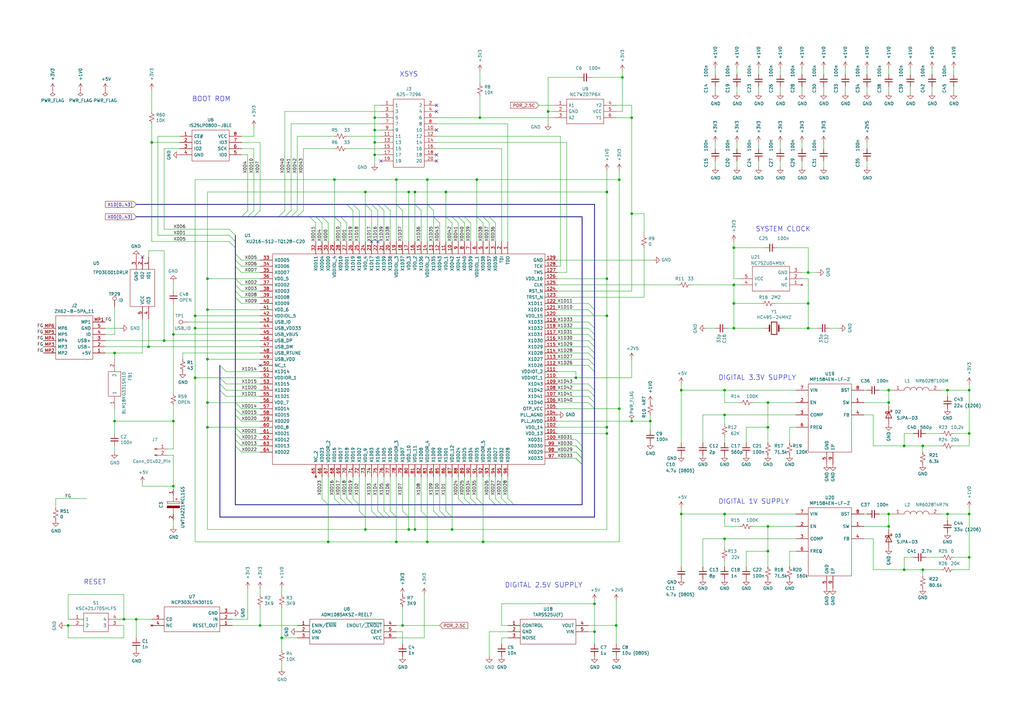
<source format=kicad_sch>
(kicad_sch (version 20230121) (generator eeschema)
  (paper "A3")
  (junction (at 314.96 165.1))
  (junction (at 297.18 160.02))
  (junction (at 60.96 142.24))
  (junction (at 300.99 124.46))
  (junction (at 153.67 53.34))
  (junction (at 266.7 172.72))
  (junction (at 71.12 172.72))
  (junction (at 378.46 233.68))
  (junction (at 195.58 73.66))
  (junction (at 297.18 220.98))
  (junction (at 106.68 256.54))
  (junction (at 71.12 137.16))
  (junction (at 279.4 210.82))
  (junction (at 162.56 222.25))
  (junction (at 182.88 78.74))
  (junction (at 300.99 134.62))
  (junction (at 254 73.66))
  (junction (at 167.64 217.17))
  (junction (at 170.18 217.17))
  (junction (at 252.73 256.54))
  (junction (at 259.08 48.26))
  (junction (at 80.01 154.94))
  (junction (at 134.62 222.25))
  (junction (at 149.86 217.17))
  (junction (at 71.12 199.39))
  (junction (at 175.26 222.25))
  (junction (at 364.49 210.82))
  (junction (at 153.67 48.26))
  (junction (at 364.49 165.1))
  (junction (at 314.96 175.26))
  (junction (at 165.1 256.54))
  (junction (at 85.09 127))
  (junction (at 248.92 129.54))
  (junction (at 331.47 111.76))
  (junction (at 364.49 160.02))
  (junction (at 175.26 73.66))
  (junction (at 300.99 101.6))
  (junction (at 397.51 177.8))
  (junction (at 248.92 114.3))
  (junction (at 170.18 78.74))
  (junction (at 397.51 160.02))
  (junction (at 314.96 226.06))
  (junction (at 300.99 116.84))
  (junction (at 248.92 175.26))
  (junction (at 259.08 172.72))
  (junction (at 279.4 160.02))
  (junction (at 224.79 45.72))
  (junction (at 80.01 129.54))
  (junction (at 46.99 172.72))
  (junction (at 297.18 210.82))
  (junction (at 85.09 147.32))
  (junction (at 243.84 259.08))
  (junction (at 198.12 222.25))
  (junction (at 331.47 134.62))
  (junction (at 85.09 165.1))
  (junction (at 153.67 63.5))
  (junction (at 388.62 160.02))
  (junction (at 46.99 144.78))
  (junction (at 27.94 256.54))
  (junction (at 85.09 114.3))
  (junction (at 62.23 58.42))
  (junction (at 85.09 175.26))
  (junction (at 254 167.64))
  (junction (at 149.86 78.74))
  (junction (at 137.16 73.66))
  (junction (at 67.31 139.7))
  (junction (at 388.62 210.82))
  (junction (at 397.51 210.82))
  (junction (at 153.67 58.42))
  (junction (at 314.96 215.9))
  (junction (at 248.92 78.74))
  (junction (at 115.57 261.62))
  (junction (at 243.84 247.65))
  (junction (at 55.88 254))
  (junction (at 370.84 233.68))
  (junction (at 196.85 48.26))
  (junction (at 364.49 215.9))
  (junction (at 378.46 182.88))
  (junction (at 297.18 170.18))
  (junction (at 370.84 182.88))
  (junction (at 167.64 78.74))
  (junction (at 331.47 124.46))
  (junction (at 50.8 254))
  (junction (at 80.01 134.62))
  (junction (at 397.51 228.6))
  (junction (at 248.92 177.8))
  (junction (at 236.22 154.94))
  (junction (at 185.42 217.17))
  (junction (at 255.27 31.75))
  (junction (at 259.08 87.63))
  (junction (at 162.56 73.66))
  (no_connect (at 179.07 66.04))
  (no_connect (at 179.07 53.34))
  (no_connect (at 106.68 149.86))
  (no_connect (at 154.94 99.06))
  (no_connect (at 179.07 45.72))
  (no_connect (at 152.4 99.06))
  (no_connect (at 58.42 105.41))
  (no_connect (at 156.21 66.04))
  (no_connect (at 179.07 43.18))
  (no_connect (at 179.07 63.5))
  (bus_entry (at 236.22 182.88) (size 2.54 2.54))
  (bus_entry (at 132.08 88.9) (size 2.54 2.54))
  (bus_entry (at 114.3 88.9) (size 2.54 -2.54))
  (bus_entry (at 96.52 121.92) (size 2.54 2.54))
  (bus_entry (at 96.52 182.88) (size 2.54 2.54))
  (bus_entry (at 152.4 209.55) (size 2.54 2.54))
  (bus_entry (at 142.24 83.82) (size 2.54 2.54))
  (bus_entry (at 241.3 139.7) (size 2.54 2.54))
  (bus_entry (at 177.8 209.55) (size 2.54 2.54))
  (bus_entry (at 96.52 175.26) (size 2.54 2.54))
  (bus_entry (at 241.3 147.32) (size 2.54 2.54))
  (bus_entry (at 144.78 204.47) (size 2.54 2.54))
  (bus_entry (at 236.22 185.42) (size 2.54 2.54))
  (bus_entry (at 200.66 204.47) (size 2.54 2.54))
  (bus_entry (at 127 88.9) (size 2.54 2.54))
  (bus_entry (at 139.7 88.9) (size 2.54 2.54))
  (bus_entry (at 241.3 132.08) (size 2.54 2.54))
  (bus_entry (at 96.52 99.06) (size -2.54 -2.54))
  (bus_entry (at 129.54 88.9) (size 2.54 2.54))
  (bus_entry (at 241.3 157.48) (size 2.54 2.54))
  (bus_entry (at 236.22 182.88) (size 2.54 2.54))
  (bus_entry (at 96.52 180.34) (size 2.54 2.54))
  (bus_entry (at 147.32 209.55) (size 2.54 2.54))
  (bus_entry (at 205.74 204.47) (size 2.54 2.54))
  (bus_entry (at 190.5 88.9) (size 2.54 2.54))
  (bus_entry (at 241.3 149.86) (size 2.54 2.54))
  (bus_entry (at 96.52 165.1) (size 2.54 2.54))
  (bus_entry (at 241.3 162.56) (size 2.54 2.54))
  (bus_entry (at 96.52 109.22) (size 2.54 2.54))
  (bus_entry (at 170.18 83.82) (size 2.54 2.54))
  (bus_entry (at 185.42 88.9) (size 2.54 2.54))
  (bus_entry (at 90.17 149.86) (size 2.54 2.54))
  (bus_entry (at 241.3 137.16) (size 2.54 2.54))
  (bus_entry (at 96.52 119.38) (size 2.54 2.54))
  (bus_entry (at 96.52 116.84) (size 2.54 2.54))
  (bus_entry (at 93.98 99.06) (size 2.54 2.54))
  (bus_entry (at 137.16 88.9) (size 2.54 2.54))
  (bus_entry (at 182.88 88.9) (size 2.54 2.54))
  (bus_entry (at 96.52 167.64) (size 2.54 2.54))
  (bus_entry (at 139.7 204.47) (size 2.54 2.54))
  (bus_entry (at 124.46 86.36) (size -2.54 2.54))
  (bus_entry (at 101.6 86.36) (size -2.54 2.54))
  (bus_entry (at 96.52 177.8) (size 2.54 2.54))
  (bus_entry (at 175.26 83.82) (size 2.54 2.54))
  (bus_entry (at 157.48 209.55) (size 2.54 2.54))
  (bus_entry (at 236.22 180.34) (size 2.54 2.54))
  (bus_entry (at 208.28 204.47) (size 2.54 2.54))
  (bus_entry (at 104.14 86.36) (size -2.54 2.54))
  (bus_entry (at 195.58 88.9) (size 2.54 2.54))
  (bus_entry (at 96.52 104.14) (size 2.54 2.54))
  (bus_entry (at 241.3 127) (size 2.54 2.54))
  (bus_entry (at 132.08 204.47) (size 2.54 2.54))
  (bus_entry (at 106.68 86.36) (size -2.54 2.54))
  (bus_entry (at 154.94 83.82) (size 2.54 2.54))
  (bus_entry (at 236.22 187.96) (size 2.54 2.54))
  (bus_entry (at 121.92 86.36) (size -2.54 2.54))
  (bus_entry (at 193.04 204.47) (size 2.54 2.54))
  (bus_entry (at 137.16 204.47) (size 2.54 2.54))
  (bus_entry (at 90.17 154.94) (size 2.54 2.54))
  (bus_entry (at 160.02 209.55) (size 2.54 2.54))
  (bus_entry (at 96.52 106.68) (size 2.54 2.54))
  (bus_entry (at 154.94 209.55) (size 2.54 2.54))
  (bus_entry (at 236.22 185.42) (size 2.54 2.54))
  (bus_entry (at 241.3 134.62) (size 2.54 2.54))
  (bus_entry (at 144.78 83.82) (size 2.54 2.54))
  (bus_entry (at 241.3 165.1) (size 2.54 2.54))
  (bus_entry (at 236.22 187.96) (size 2.54 2.54))
  (bus_entry (at 203.2 204.47) (size 2.54 2.54))
  (bus_entry (at 180.34 209.55) (size 2.54 2.54))
  (bus_entry (at 162.56 83.82) (size 2.54 2.54))
  (bus_entry (at 96.52 170.18) (size 2.54 2.54))
  (bus_entry (at 116.84 88.9) (size 2.54 -2.54))
  (bus_entry (at 190.5 204.47) (size 2.54 2.54))
  (bus_entry (at 172.72 209.55) (size 2.54 2.54))
  (bus_entry (at 195.58 204.47) (size 2.54 2.54))
  (bus_entry (at 241.3 142.24) (size 2.54 2.54))
  (bus_entry (at 187.96 204.47) (size 2.54 2.54))
  (bus_entry (at 200.66 88.9) (size 2.54 2.54))
  (bus_entry (at 90.17 160.02) (size 2.54 2.54))
  (bus_entry (at 187.96 88.9) (size 2.54 2.54))
  (bus_entry (at 241.3 144.78) (size 2.54 2.54))
  (bus_entry (at 182.88 209.55) (size 2.54 2.54))
  (bus_entry (at 157.48 83.82) (size 2.54 2.54))
  (bus_entry (at 241.3 160.02) (size 2.54 2.54))
  (bus_entry (at 90.17 157.48) (size 2.54 2.54))
  (bus_entry (at 142.24 204.47) (size 2.54 2.54))
  (bus_entry (at 241.3 124.46) (size 2.54 2.54))
  (bus_entry (at 149.86 83.82) (size 2.54 2.54))
  (bus_entry (at 93.98 93.98) (size 2.54 2.54))
  (bus_entry (at 165.1 209.55) (size 2.54 2.54))
  (bus_entry (at 152.4 83.82) (size 2.54 2.54))
  (bus_entry (at 198.12 88.9) (size 2.54 2.54))
  (bus_entry (at 177.8 88.9) (size 2.54 2.54))
  (bus_entry (at 96.52 114.3) (size 2.54 2.54))
  (wire (pts (xy 248.92 129.54) (xy 248.92 114.3)))
  (bus (pts (xy 182.88 212.09) (xy 185.42 212.09)))
  (bus (pts (xy 190.5 207.01) (xy 193.04 207.01)))
  (wire (pts (xy 300.99 124.46) (xy 300.99 116.84)))
  (wire (pts (xy 46.99 172.72) (xy 71.12 172.72)))
  (bus (pts (xy 195.58 207.01) (xy 198.12 207.01)))
  (wire (pts (xy 300.99 114.3) (xy 303.53 114.3)))
  (wire (pts (xy 179.07 58.42) (xy 232.41 58.42)))
  (wire (pts (xy 311.15 58.42) (xy 311.15 60.96)))
  (bus (pts (xy 90.17 157.48) (xy 90.17 160.02)))
  (bus (pts (xy 243.84 127) (xy 243.84 129.54)))
  (wire (pts (xy 106.68 58.42) (xy 106.68 86.36)))
  (bus (pts (xy 96.52 167.64) (xy 96.52 170.18)))
  (wire (pts (xy 129.54 99.06) (xy 129.54 91.44)))
  (bus (pts (xy 144.78 207.01) (xy 147.32 207.01)))
  (wire (pts (xy 320.04 58.42) (xy 320.04 60.96)))
  (wire (pts (xy 85.09 147.32) (xy 106.68 147.32)))
  (wire (pts (xy 167.64 78.74) (xy 167.64 99.06)))
  (wire (pts (xy 80.01 134.62) (xy 80.01 154.94)))
  (wire (pts (xy 177.8 99.06) (xy 177.8 88.9)))
  (wire (pts (xy 95.25 256.54) (xy 106.68 256.54)))
  (wire (pts (xy 297.18 160.02) (xy 279.4 160.02)))
  (bus (pts (xy 243.84 162.56) (xy 243.84 165.1)))
  (wire (pts (xy 228.6 129.54) (xy 243.84 129.54)))
  (wire (pts (xy 99.06 167.64) (xy 106.68 167.64)))
  (wire (pts (xy 139.7 99.06) (xy 139.7 91.44)))
  (bus (pts (xy 96.52 121.92) (xy 96.52 165.1)))
  (bus (pts (xy 96.52 101.6) (xy 96.52 104.14)))
  (wire (pts (xy 314.96 175.26) (xy 314.96 165.1)))
  (wire (pts (xy 379.73 177.8) (xy 386.08 177.8)))
  (wire (pts (xy 74.93 144.78) (xy 106.68 144.78)))
  (wire (pts (xy 80.01 129.54) (xy 106.68 129.54)))
  (wire (pts (xy 228.6 180.34) (xy 236.22 180.34)))
  (wire (pts (xy 254 73.66) (xy 254 167.64)))
  (wire (pts (xy 300.99 134.62) (xy 298.45 134.62)))
  (wire (pts (xy 397.51 160.02) (xy 397.51 177.8)))
  (wire (pts (xy 175.26 73.66) (xy 162.56 73.66)))
  (bus (pts (xy 157.48 83.82) (xy 162.56 83.82)))
  (wire (pts (xy 208.28 50.8) (xy 208.28 99.06)))
  (wire (pts (xy 162.56 261.62) (xy 173.99 261.62)))
  (wire (pts (xy 80.01 73.66) (xy 137.16 73.66)))
  (wire (pts (xy 147.32 195.58) (xy 147.32 207.01)))
  (bus (pts (xy 185.42 88.9) (xy 187.96 88.9)))
  (wire (pts (xy 365.76 160.02) (xy 364.49 160.02)))
  (wire (pts (xy 67.31 93.98) (xy 67.31 60.96)))
  (wire (pts (xy 300.99 99.06) (xy 300.99 101.6)))
  (wire (pts (xy 149.86 195.58) (xy 149.86 212.09)))
  (wire (pts (xy 29.21 256.54) (xy 27.94 256.54)))
  (wire (pts (xy 93.98 96.52) (xy 64.77 96.52)))
  (bus (pts (xy 243.84 149.86) (xy 243.84 152.4)))
  (wire (pts (xy 167.64 212.09) (xy 167.64 217.17)))
  (wire (pts (xy 388.62 213.36) (xy 388.62 210.82)))
  (wire (pts (xy 153.67 53.34) (xy 153.67 48.26)))
  (wire (pts (xy 346.71 27.94) (xy 346.71 30.48)))
  (wire (pts (xy 46.99 144.78) (xy 43.18 144.78)))
  (wire (pts (xy 182.88 88.9) (xy 182.88 99.06)))
  (wire (pts (xy 293.37 66.04) (xy 293.37 68.58)))
  (wire (pts (xy 170.18 78.74) (xy 170.18 83.82)))
  (wire (pts (xy 71.12 199.39) (xy 71.12 200.66)))
  (wire (pts (xy 165.1 86.36) (xy 165.1 99.06)))
  (wire (pts (xy 205.74 264.16) (xy 205.74 261.62)))
  (wire (pts (xy 300.99 116.84) (xy 303.53 116.84)))
  (wire (pts (xy 92.71 162.56) (xy 106.68 162.56)))
  (wire (pts (xy 185.42 217.17) (xy 248.92 217.17)))
  (wire (pts (xy 370.84 182.88) (xy 378.46 182.88)))
  (wire (pts (xy 173.99 261.62) (xy 173.99 243.84)))
  (wire (pts (xy 364.49 215.9) (xy 364.49 210.82)))
  (wire (pts (xy 259.08 87.63) (xy 264.16 87.63)))
  (wire (pts (xy 92.71 152.4) (xy 106.68 152.4)))
  (wire (pts (xy 121.92 86.36) (xy 121.92 55.88)))
  (wire (pts (xy 293.37 35.56) (xy 293.37 38.1)))
  (bus (pts (xy 142.24 83.82) (xy 144.78 83.82)))
  (wire (pts (xy 115.57 241.3) (xy 115.57 243.84)))
  (wire (pts (xy 198.12 99.06) (xy 198.12 91.44)))
  (wire (pts (xy 85.09 127) (xy 85.09 114.3)))
  (wire (pts (xy 99.06 116.84) (xy 106.68 116.84)))
  (wire (pts (xy 228.6 175.26) (xy 248.92 175.26)))
  (wire (pts (xy 149.86 78.74) (xy 149.86 83.82)))
  (wire (pts (xy 80.01 134.62) (xy 106.68 134.62)))
  (wire (pts (xy 85.09 147.32) (xy 85.09 127)))
  (wire (pts (xy 300.99 114.3) (xy 300.99 101.6)))
  (bus (pts (xy 116.84 88.9) (xy 119.38 88.9)))
  (wire (pts (xy 43.18 139.7) (xy 67.31 139.7)))
  (wire (pts (xy 378.46 185.42) (xy 378.46 182.88)))
  (bus (pts (xy 238.76 190.5) (xy 238.76 207.01)))
  (wire (pts (xy 259.08 172.72) (xy 266.7 172.72)))
  (bus (pts (xy 96.52 116.84) (xy 96.52 119.38)))
  (bus (pts (xy 185.42 212.09) (xy 243.84 212.09)))
  (wire (pts (xy 60.96 142.24) (xy 106.68 142.24)))
  (wire (pts (xy 255.27 29.21) (xy 255.27 31.75)))
  (wire (pts (xy 165.1 195.58) (xy 165.1 209.55)))
  (bus (pts (xy 243.84 147.32) (xy 243.84 149.86)))
  (wire (pts (xy 224.79 45.72) (xy 224.79 50.8)))
  (wire (pts (xy 71.12 124.46) (xy 71.12 137.16)))
  (wire (pts (xy 64.77 55.88) (xy 73.66 55.88)))
  (wire (pts (xy 237.49 31.75) (xy 224.79 31.75)))
  (wire (pts (xy 60.96 102.87) (xy 60.96 105.41)))
  (wire (pts (xy 167.64 78.74) (xy 170.18 78.74)))
  (wire (pts (xy 182.88 78.74) (xy 248.92 78.74)))
  (wire (pts (xy 153.67 58.42) (xy 153.67 53.34)))
  (wire (pts (xy 318.77 101.6) (xy 331.47 101.6)))
  (wire (pts (xy 242.57 31.75) (xy 255.27 31.75)))
  (wire (pts (xy 90.17 154.94) (xy 106.68 154.94)))
  (wire (pts (xy 248.92 78.74) (xy 248.92 114.3)))
  (wire (pts (xy 46.99 167.64) (xy 46.99 172.72)))
  (wire (pts (xy 337.82 27.94) (xy 337.82 30.48)))
  (wire (pts (xy 300.99 101.6) (xy 313.69 101.6)))
  (wire (pts (xy 196.85 48.26) (xy 227.33 48.26)))
  (wire (pts (xy 397.51 177.8) (xy 397.51 182.88)))
  (wire (pts (xy 134.62 207.01) (xy 134.62 222.25)))
  (wire (pts (xy 167.64 195.58) (xy 167.64 212.09)))
  (wire (pts (xy 60.96 130.81) (xy 60.96 142.24)))
  (wire (pts (xy 227.33 43.18) (xy 220.98 43.18)))
  (wire (pts (xy 27.94 256.54) (xy 26.67 256.54)))
  (wire (pts (xy 320.04 27.94) (xy 320.04 30.48)))
  (wire (pts (xy 62.23 58.42) (xy 73.66 58.42)))
  (wire (pts (xy 228.6 132.08) (xy 241.3 132.08)))
  (wire (pts (xy 293.37 27.94) (xy 293.37 30.48)))
  (wire (pts (xy 80.01 222.25) (xy 134.62 222.25)))
  (wire (pts (xy 134.62 222.25) (xy 162.56 222.25)))
  (wire (pts (xy 147.32 207.01) (xy 147.32 209.55)))
  (wire (pts (xy 266.7 170.18) (xy 266.7 172.72)))
  (bus (pts (xy 142.24 207.01) (xy 144.78 207.01)))
  (wire (pts (xy 71.12 115.57) (xy 71.12 119.38)))
  (wire (pts (xy 259.08 87.63) (xy 259.08 119.38)))
  (wire (pts (xy 170.18 195.58) (xy 170.18 217.17)))
  (wire (pts (xy 335.28 111.76) (xy 331.47 111.76)))
  (wire (pts (xy 306.07 226.06) (xy 306.07 232.41)))
  (wire (pts (xy 137.16 88.9) (xy 137.16 99.06)))
  (wire (pts (xy 391.16 228.6) (xy 397.51 228.6)))
  (wire (pts (xy 264.16 96.52) (xy 264.16 87.63)))
  (wire (pts (xy 228.6 165.1) (xy 241.3 165.1)))
  (wire (pts (xy 175.26 73.66) (xy 175.26 83.82)))
  (wire (pts (xy 92.71 160.02) (xy 106.68 160.02)))
  (wire (pts (xy 200.66 259.08) (xy 208.28 259.08)))
  (wire (pts (xy 149.86 83.82) (xy 149.86 99.06)))
  (wire (pts (xy 27.94 261.62) (xy 50.8 261.62)))
  (bus (pts (xy 243.84 139.7) (xy 243.84 142.24)))
  (bus (pts (xy 149.86 212.09) (xy 154.94 212.09)))
  (wire (pts (xy 248.92 69.85) (xy 248.92 78.74)))
  (wire (pts (xy 364.49 165.1) (xy 364.49 160.02)))
  (wire (pts (xy 228.6 144.78) (xy 241.3 144.78)))
  (wire (pts (xy 85.09 114.3) (xy 85.09 78.74)))
  (bus (pts (xy 132.08 88.9) (xy 137.16 88.9)))
  (wire (pts (xy 328.93 58.42) (xy 328.93 60.96)))
  (wire (pts (xy 139.7 195.58) (xy 139.7 204.47)))
  (wire (pts (xy 300.99 124.46) (xy 300.99 134.62)))
  (wire (pts (xy 370.84 177.8) (xy 370.84 182.88)))
  (wire (pts (xy 180.34 99.06) (xy 180.34 91.44)))
  (wire (pts (xy 142.24 99.06) (xy 142.24 91.44)))
  (wire (pts (xy 358.14 233.68) (xy 358.14 220.98)))
  (wire (pts (xy 314.96 226.06) (xy 314.96 215.9)))
  (wire (pts (xy 252.73 256.54) (xy 252.73 264.16)))
  (bus (pts (xy 139.7 207.01) (xy 142.24 207.01)))
  (wire (pts (xy 46.99 137.16) (xy 43.18 137.16)))
  (wire (pts (xy 162.56 222.25) (xy 175.26 222.25)))
  (wire (pts (xy 177.8 195.58) (xy 177.8 209.55)))
  (wire (pts (xy 116.84 86.36) (xy 116.84 45.72)))
  (wire (pts (xy 297.18 220.98) (xy 326.39 220.98)))
  (wire (pts (xy 177.8 88.9) (xy 177.8 86.36)))
  (wire (pts (xy 99.06 106.68) (xy 106.68 106.68)))
  (wire (pts (xy 308.61 165.1) (xy 314.96 165.1)))
  (wire (pts (xy 224.79 31.75) (xy 224.79 45.72)))
  (wire (pts (xy 358.14 220.98) (xy 354.33 220.98)))
  (bus (pts (xy 243.84 167.64) (xy 243.84 212.09)))
  (wire (pts (xy 205.74 195.58) (xy 205.74 204.47)))
  (wire (pts (xy 386.08 160.02) (xy 388.62 160.02)))
  (wire (pts (xy 370.84 233.68) (xy 358.14 233.68)))
  (wire (pts (xy 331.47 124.46) (xy 331.47 134.62)))
  (wire (pts (xy 62.23 99.06) (xy 62.23 58.42)))
  (wire (pts (xy 179.07 60.96) (xy 205.74 60.96)))
  (wire (pts (xy 302.26 58.42) (xy 302.26 60.96)))
  (wire (pts (xy 62.23 50.8) (xy 62.23 58.42)))
  (wire (pts (xy 99.06 185.42) (xy 106.68 185.42)))
  (wire (pts (xy 303.53 165.1) (xy 297.18 165.1)))
  (wire (pts (xy 228.6 139.7) (xy 241.3 139.7)))
  (bus (pts (xy 134.62 207.01) (xy 139.7 207.01)))
  (wire (pts (xy 154.94 195.58) (xy 154.94 209.55)))
  (wire (pts (xy 71.12 213.36) (xy 71.12 215.9)))
  (wire (pts (xy 297.18 179.07) (xy 297.18 181.61)))
  (wire (pts (xy 80.01 73.66) (xy 80.01 129.54)))
  (wire (pts (xy 132.08 99.06) (xy 132.08 91.44)))
  (wire (pts (xy 302.26 27.94) (xy 302.26 30.48)))
  (bus (pts (xy 96.52 99.06) (xy 96.52 101.6)))
  (wire (pts (xy 252.73 48.26) (xy 259.08 48.26)))
  (wire (pts (xy 22.86 208.28) (xy 22.86 204.47)))
  (wire (pts (xy 157.48 195.58) (xy 157.48 209.55)))
  (wire (pts (xy 228.6 182.88) (xy 236.22 182.88)))
  (wire (pts (xy 99.06 121.92) (xy 106.68 121.92)))
  (wire (pts (xy 99.06 182.88) (xy 106.68 182.88)))
  (wire (pts (xy 303.53 215.9) (xy 297.18 215.9)))
  (wire (pts (xy 67.31 139.7) (xy 106.68 139.7)))
  (wire (pts (xy 85.09 165.1) (xy 96.52 165.1)))
  (wire (pts (xy 228.6 147.32) (xy 241.3 147.32)))
  (wire (pts (xy 67.31 60.96) (xy 73.66 60.96)))
  (bus (pts (xy 243.84 142.24) (xy 243.84 144.78)))
  (bus (pts (xy 96.52 182.88) (xy 96.52 207.01)))
  (wire (pts (xy 328.93 35.56) (xy 328.93 38.1)))
  (bus (pts (xy 96.52 207.01) (xy 134.62 207.01)))
  (wire (pts (xy 22.86 204.47) (xy 35.56 204.47)))
  (wire (pts (xy 196.85 29.21) (xy 196.85 34.29)))
  (wire (pts (xy 228.6 116.84) (xy 278.13 116.84)))
  (wire (pts (xy 185.42 99.06) (xy 185.42 91.44)))
  (wire (pts (xy 328.93 27.94) (xy 328.93 30.48)))
  (wire (pts (xy 149.86 78.74) (xy 167.64 78.74)))
  (wire (pts (xy 99.06 172.72) (xy 106.68 172.72)))
  (wire (pts (xy 205.74 261.62) (xy 208.28 261.62)))
  (bus (pts (xy 180.34 212.09) (xy 182.88 212.09)))
  (wire (pts (xy 297.18 210.82) (xy 279.4 210.82)))
  (wire (pts (xy 331.47 124.46) (xy 317.5 124.46)))
  (bus (pts (xy 154.94 83.82) (xy 157.48 83.82)))
  (wire (pts (xy 388.62 210.82) (xy 397.51 210.82)))
  (wire (pts (xy 378.46 236.22) (xy 378.46 233.68)))
  (wire (pts (xy 259.08 147.32) (xy 259.08 154.94)))
  (wire (pts (xy 85.09 127) (xy 106.68 127)))
  (wire (pts (xy 49.53 134.62) (xy 43.18 134.62)))
  (wire (pts (xy 311.15 66.04) (xy 311.15 68.58)))
  (wire (pts (xy 243.84 129.54) (xy 248.92 129.54)))
  (wire (pts (xy 288.29 220.98) (xy 288.29 232.41)))
  (wire (pts (xy 386.08 210.82) (xy 388.62 210.82)))
  (wire (pts (xy 99.06 119.38) (xy 106.68 119.38)))
  (wire (pts (xy 255.27 45.72) (xy 252.73 45.72)))
  (wire (pts (xy 228.6 149.86) (xy 241.3 149.86)))
  (wire (pts (xy 99.06 170.18) (xy 106.68 170.18)))
  (wire (pts (xy 297.18 165.1) (xy 297.18 160.02)))
  (wire (pts (xy 205.74 99.06) (xy 205.74 60.96)))
  (bus (pts (xy 243.84 165.1) (xy 243.84 167.64)))
  (wire (pts (xy 147.32 99.06) (xy 147.32 86.36)))
  (wire (pts (xy 331.47 111.76) (xy 328.93 111.76)))
  (wire (pts (xy 364.49 35.56) (xy 364.49 38.1)))
  (wire (pts (xy 116.84 45.72) (xy 156.21 45.72)))
  (wire (pts (xy 312.42 124.46) (xy 300.99 124.46)))
  (wire (pts (xy 46.99 177.8) (xy 46.99 172.72)))
  (wire (pts (xy 165.1 248.92) (xy 165.1 256.54)))
  (bus (pts (xy 90.17 212.09) (xy 149.86 212.09)))
  (wire (pts (xy 167.64 217.17) (xy 149.86 217.17)))
  (wire (pts (xy 397.51 228.6) (xy 397.51 233.68)))
  (bus (pts (xy 177.8 88.9) (xy 182.88 88.9)))
  (wire (pts (xy 320.04 35.56) (xy 320.04 38.1)))
  (wire (pts (xy 236.22 152.4) (xy 236.22 154.94)))
  (wire (pts (xy 67.31 102.87) (xy 67.31 139.7)))
  (wire (pts (xy 232.41 111.76) (xy 228.6 111.76)))
  (bus (pts (xy 96.52 109.22) (xy 96.52 114.3)))
  (wire (pts (xy 99.06 60.96) (xy 104.14 60.96)))
  (wire (pts (xy 354.33 210.82) (xy 355.6 210.82)))
  (wire (pts (xy 55.88 254) (xy 62.23 254)))
  (wire (pts (xy 153.67 63.5) (xy 156.21 63.5)))
  (wire (pts (xy 80.01 129.54) (xy 80.01 134.62)))
  (wire (pts (xy 153.67 58.42) (xy 156.21 58.42)))
  (wire (pts (xy 27.94 256.54) (xy 27.94 261.62)))
  (wire (pts (xy 46.99 144.78) (xy 46.99 147.32)))
  (wire (pts (xy 335.28 134.62) (xy 331.47 134.62)))
  (wire (pts (xy 144.78 195.58) (xy 144.78 204.47)))
  (wire (pts (xy 99.06 180.34) (xy 106.68 180.34)))
  (wire (pts (xy 259.08 119.38) (xy 228.6 119.38)))
  (wire (pts (xy 232.41 58.42) (xy 232.41 111.76)))
  (wire (pts (xy 228.6 187.96) (xy 236.22 187.96)))
  (wire (pts (xy 328.93 66.04) (xy 328.93 68.58)))
  (wire (pts (xy 228.6 124.46) (xy 241.3 124.46)))
  (wire (pts (xy 279.4 208.28) (xy 279.4 210.82)))
  (wire (pts (xy 314.96 226.06) (xy 306.07 226.06)))
  (wire (pts (xy 153.67 43.18) (xy 156.21 43.18)))
  (wire (pts (xy 153.67 48.26) (xy 156.21 48.26)))
  (wire (pts (xy 358.14 170.18) (xy 354.33 170.18)))
  (wire (pts (xy 248.92 177.8) (xy 248.92 175.26)))
  (wire (pts (xy 344.17 134.62) (xy 340.36 134.62)))
  (wire (pts (xy 293.37 58.42) (xy 293.37 60.96)))
  (wire (pts (xy 180.34 195.58) (xy 180.34 209.55)))
  (wire (pts (xy 115.57 271.78) (xy 115.57 274.32)))
  (wire (pts (xy 254 222.25) (xy 198.12 222.25)))
  (wire (pts (xy 172.72 195.58) (xy 172.72 209.55)))
  (wire (pts (xy 156.21 55.88) (xy 142.24 55.88)))
  (wire (pts (xy 55.88 261.62) (xy 55.88 254)))
  (wire (pts (xy 85.09 114.3) (xy 96.52 114.3)))
  (wire (pts (xy 50.8 256.54) (xy 49.53 256.54)))
  (wire (pts (xy 198.12 207.01) (xy 198.12 222.25)))
  (bus (pts (xy 96.52 104.14) (xy 96.52 106.68)))
  (wire (pts (xy 190.5 99.06) (xy 190.5 91.44)))
  (wire (pts (xy 64.77 96.52) (xy 64.77 55.88)))
  (wire (pts (xy 124.46 60.96) (xy 137.16 60.96)))
  (wire (pts (xy 205.74 256.54) (xy 205.74 247.65)))
  (wire (pts (xy 106.68 241.3) (xy 106.68 243.84)))
  (wire (pts (xy 162.56 73.66) (xy 162.56 83.82)))
  (wire (pts (xy 243.84 247.65) (xy 243.84 259.08)))
  (wire (pts (xy 370.84 233.68) (xy 378.46 233.68)))
  (bus (pts (xy 205.74 207.01) (xy 208.28 207.01)))
  (wire (pts (xy 391.16 35.56) (xy 391.16 38.1)))
  (wire (pts (xy 162.56 195.58) (xy 162.56 212.09)))
  (wire (pts (xy 71.12 172.72) (xy 71.12 184.15)))
  (wire (pts (xy 373.38 35.56) (xy 373.38 38.1)))
  (wire (pts (xy 397.51 233.68) (xy 391.16 233.68)))
  (wire (pts (xy 297.18 210.82) (xy 326.39 210.82)))
  (bus (pts (xy 243.84 152.4) (xy 243.84 160.02)))
  (bus (pts (xy 198.12 207.01) (xy 203.2 207.01)))
  (bus (pts (xy 238.76 88.9) (xy 238.76 182.88)))
  (wire (pts (xy 297.18 170.18) (xy 326.39 170.18)))
  (wire (pts (xy 364.49 166.37) (xy 364.49 165.1)))
  (wire (pts (xy 279.4 160.02) (xy 279.4 181.61)))
  (wire (pts (xy 101.6 254) (xy 101.6 241.3)))
  (wire (pts (xy 397.51 208.28) (xy 397.51 210.82)))
  (wire (pts (xy 99.06 177.8) (xy 106.68 177.8)))
  (bus (pts (xy 243.84 144.78) (xy 243.84 147.32)))
  (wire (pts (xy 46.99 125.73) (xy 46.99 137.16)))
  (wire (pts (xy 370.84 228.6) (xy 374.65 228.6)))
  (wire (pts (xy 121.92 261.62) (xy 115.57 261.62)))
  (wire (pts (xy 132.08 195.58) (xy 132.08 204.47)))
  (wire (pts (xy 71.12 137.16) (xy 106.68 137.16)))
  (wire (pts (xy 314.96 215.9) (xy 326.39 215.9)))
  (bus (pts (xy 238.76 182.88) (xy 238.76 185.42)))
  (wire (pts (xy 364.49 217.17) (xy 364.49 215.9)))
  (wire (pts (xy 134.62 99.06) (xy 134.62 91.44)))
  (wire (pts (xy 67.31 93.98) (xy 93.98 93.98)))
  (wire (pts (xy 149.86 212.09) (xy 149.86 217.17)))
  (wire (pts (xy 248.92 175.26) (xy 248.92 129.54)))
  (wire (pts (xy 162.56 83.82) (xy 162.56 99.06)))
  (wire (pts (xy 337.82 58.42) (xy 337.82 60.96)))
  (wire (pts (xy 77.47 132.08) (xy 106.68 132.08)))
  (wire (pts (xy 224.79 45.72) (xy 227.33 45.72)))
  (wire (pts (xy 228.6 152.4) (xy 236.22 152.4)))
  (bus (pts (xy 152.4 83.82) (xy 154.94 83.82)))
  (bus (pts (xy 137.16 88.9) (xy 139.7 88.9)))
  (wire (pts (xy 252.73 246.38) (xy 252.73 256.54)))
  (bus (pts (xy 154.94 212.09) (xy 157.48 212.09)))
  (wire (pts (xy 355.6 35.56) (xy 355.6 38.1)))
  (wire (pts (xy 180.34 256.54) (xy 165.1 256.54)))
  (wire (pts (xy 106.68 248.92) (xy 106.68 256.54)))
  (bus (pts (xy 187.96 88.9) (xy 190.5 88.9)))
  (wire (pts (xy 85.09 217.17) (xy 149.86 217.17)))
  (wire (pts (xy 354.33 215.9) (xy 364.49 215.9)))
  (wire (pts (xy 267.97 106.68) (xy 228.6 106.68)))
  (wire (pts (xy 331.47 101.6) (xy 331.47 111.76)))
  (wire (pts (xy 185.42 217.17) (xy 170.18 217.17)))
  (wire (pts (xy 27.94 254) (xy 27.94 243.84)))
  (wire (pts (xy 119.38 86.36) (xy 119.38 50.8)))
  (wire (pts (xy 243.84 259.08) (xy 241.3 259.08)))
  (wire (pts (xy 397.51 157.48) (xy 397.51 160.02)))
  (wire (pts (xy 203.2 195.58) (xy 203.2 204.47)))
  (bus (pts (xy 55.88 88.9) (xy 99.06 88.9)))
  (wire (pts (xy 165.1 259.08) (xy 165.1 264.16)))
  (bus (pts (xy 203.2 207.01) (xy 205.74 207.01)))
  (bus (pts (xy 96.52 170.18) (xy 96.52 175.26)))
  (wire (pts (xy 157.48 99.06) (xy 157.48 86.36)))
  (wire (pts (xy 185.42 195.58) (xy 185.42 212.09)))
  (wire (pts (xy 162.56 256.54) (xy 165.1 256.54)))
  (wire (pts (xy 92.71 157.48) (xy 106.68 157.48)))
  (bus (pts (xy 96.52 165.1) (xy 96.52 167.64)))
  (wire (pts (xy 162.56 259.08) (xy 165.1 259.08)))
  (wire (pts (xy 99.06 111.76) (xy 106.68 111.76)))
  (wire (pts (xy 228.6 185.42) (xy 236.22 185.42)))
  (wire (pts (xy 99.06 124.46) (xy 106.68 124.46)))
  (wire (pts (xy 71.12 166.37) (xy 71.12 172.72)))
  (wire (pts (xy 228.6 114.3) (xy 248.92 114.3)))
  (bus (pts (xy 182.88 88.9) (xy 185.42 88.9)))
  (wire (pts (xy 323.85 226.06) (xy 323.85 232.41)))
  (wire (pts (xy 175.26 195.58) (xy 175.26 212.09)))
  (wire (pts (xy 185.42 212.09) (xy 185.42 217.17)))
  (wire (pts (xy 85.09 175.26) (xy 85.09 165.1)))
  (wire (pts (xy 200.66 269.24) (xy 200.66 259.08)))
  (wire (pts (xy 144.78 99.06) (xy 144.78 86.36)))
  (wire (pts (xy 170.18 78.74) (xy 182.88 78.74)))
  (wire (pts (xy 58.42 130.81) (xy 58.42 144.78)))
  (wire (pts (xy 297.18 160.02) (xy 326.39 160.02)))
  (wire (pts (xy 71.12 186.69) (xy 71.12 199.39)))
  (wire (pts (xy 80.01 154.94) (xy 80.01 222.25)))
  (wire (pts (xy 170.18 83.82) (xy 170.18 99.06)))
  (bus (pts (xy 101.6 88.9) (xy 104.14 88.9)))
  (wire (pts (xy 58.42 199.39) (xy 58.42 198.12)))
  (bus (pts (xy 243.84 134.62) (xy 243.84 137.16)))
  (wire (pts (xy 308.61 215.9) (xy 314.96 215.9)))
  (bus (pts (xy 147.32 207.01) (xy 190.5 207.01)))
  (wire (pts (xy 326.39 175.26) (xy 323.85 175.26)))
  (wire (pts (xy 297.18 173.99) (xy 297.18 170.18)))
  (bus (pts (xy 175.26 212.09) (xy 180.34 212.09)))
  (wire (pts (xy 175.26 212.09) (xy 175.26 222.25)))
  (wire (pts (xy 152.4 195.58) (xy 152.4 209.55)))
  (wire (pts (xy 364.49 27.94) (xy 364.49 30.48)))
  (wire (pts (xy 314.96 175.26) (xy 314.96 181.61)))
  (bus (pts (xy 139.7 88.9) (xy 177.8 88.9)))
  (wire (pts (xy 370.84 182.88) (xy 358.14 182.88)))
  (wire (pts (xy 320.04 66.04) (xy 320.04 68.58)))
  (wire (pts (xy 397.51 182.88) (xy 391.16 182.88)))
  (wire (pts (xy 71.12 161.29) (xy 71.12 137.16)))
  (wire (pts (xy 283.21 116.84) (xy 300.99 116.84)))
  (bus (pts (xy 208.28 207.01) (xy 210.82 207.01)))
  (wire (pts (xy 364.49 160.02) (xy 360.68 160.02)))
  (wire (pts (xy 293.37 134.62) (xy 289.56 134.62)))
  (bus (pts (xy 238.76 187.96) (xy 238.76 190.5)))
  (bus (pts (xy 99.06 88.9) (xy 101.6 88.9)))
  (wire (pts (xy 370.84 228.6) (xy 370.84 233.68)))
  (bus (pts (xy 55.88 83.82) (xy 142.24 83.82)))
  (wire (pts (xy 162.56 212.09) (xy 162.56 222.25)))
  (wire (pts (xy 195.58 73.66) (xy 195.58 88.9)))
  (bus (pts (xy 96.52 96.52) (xy 96.52 99.06)))
  (bus (pts (xy 195.58 88.9) (xy 198.12 88.9)))
  (bus (pts (xy 90.17 149.86) (xy 90.17 154.94)))
  (wire (pts (xy 134.62 195.58) (xy 134.62 207.01)))
  (wire (pts (xy 279.4 210.82) (xy 279.4 232.41)))
  (wire (pts (xy 50.8 243.84) (xy 50.8 254)))
  (bus (pts (xy 90.17 160.02) (xy 90.17 212.09)))
  (wire (pts (xy 297.18 229.87) (xy 297.18 232.41)))
  (wire (pts (xy 208.28 256.54) (xy 205.74 256.54)))
  (wire (pts (xy 193.04 195.58) (xy 193.04 204.47)))
  (wire (pts (xy 62.23 36.83) (xy 62.23 45.72)))
  (wire (pts (xy 85.09 217.17) (xy 85.09 175.26)))
  (bus (pts (xy 119.38 88.9) (xy 121.92 88.9)))
  (wire (pts (xy 264.16 101.6) (xy 264.16 121.92)))
  (wire (pts (xy 397.51 210.82) (xy 397.51 228.6)))
  (wire (pts (xy 279.4 157.48) (xy 279.4 160.02)))
  (bus (pts (xy 162.56 212.09) (xy 167.64 212.09)))
  (wire (pts (xy 358.14 182.88) (xy 358.14 170.18)))
  (wire (pts (xy 195.58 88.9) (xy 195.58 99.06)))
  (wire (pts (xy 29.21 254) (xy 27.94 254)))
  (wire (pts (xy 355.6 66.04) (xy 355.6 68.58)))
  (wire (pts (xy 354.33 160.02) (xy 355.6 160.02)))
  (wire (pts (xy 314.96 175.26) (xy 306.07 175.26)))
  (bus (pts (xy 243.84 160.02) (xy 243.84 162.56)))
  (wire (pts (xy 255.27 31.75) (xy 255.27 45.72)))
  (wire (pts (xy 323.85 175.26) (xy 323.85 181.61)))
  (wire (pts (xy 354.33 165.1) (xy 364.49 165.1)))
  (wire (pts (xy 266.7 172.72) (xy 266.7 176.53)))
  (bus (pts (xy 243.84 129.54) (xy 243.84 134.62)))
  (wire (pts (xy 154.94 99.06) (xy 154.94 86.36)))
  (wire (pts (xy 104.14 52.07) (xy 104.14 55.88)))
  (wire (pts (xy 153.67 53.34) (xy 156.21 53.34)))
  (wire (pts (xy 302.26 35.56) (xy 302.26 38.1)))
  (wire (pts (xy 153.67 63.5) (xy 153.67 67.31)))
  (wire (pts (xy 228.6 157.48) (xy 241.3 157.48)))
  (wire (pts (xy 314.96 226.06) (xy 314.96 232.41)))
  (wire (pts (xy 80.01 154.94) (xy 90.17 154.94)))
  (wire (pts (xy 85.09 165.1) (xy 85.09 147.32)))
  (bus (pts (xy 127 88.9) (xy 129.54 88.9)))
  (wire (pts (xy 288.29 170.18) (xy 288.29 181.61)))
  (wire (pts (xy 370.84 177.8) (xy 374.65 177.8)))
  (bus (pts (xy 121.92 88.9) (xy 127 88.9)))
  (wire (pts (xy 254 167.64) (xy 254 222.25)))
  (wire (pts (xy 200.66 195.58) (xy 200.66 204.47)))
  (wire (pts (xy 382.27 35.56) (xy 382.27 38.1)))
  (wire (pts (xy 208.28 195.58) (xy 208.28 204.47)))
  (wire (pts (xy 27.94 243.84) (xy 50.8 243.84)))
  (wire (pts (xy 96.52 165.1) (xy 106.68 165.1)))
  (wire (pts (xy 379.73 228.6) (xy 386.08 228.6)))
  (wire (pts (xy 96.52 175.26) (xy 106.68 175.26)))
  (wire (pts (xy 50.8 261.62) (xy 50.8 256.54)))
  (wire (pts (xy 200.66 99.06) (xy 200.66 91.44)))
  (wire (pts (xy 195.58 195.58) (xy 195.58 204.47)))
  (wire (pts (xy 153.67 48.26) (xy 153.67 43.18)))
  (wire (pts (xy 254 73.66) (xy 195.58 73.66)))
  (wire (pts (xy 243.84 246.38) (xy 243.84 247.65)))
  (bus (pts (xy 200.66 88.9) (xy 238.76 88.9)))
  (wire (pts (xy 311.15 27.94) (xy 311.15 30.48)))
  (wire (pts (xy 115.57 261.62) (xy 115.57 248.92)))
  (bus (pts (xy 96.52 175.26) (xy 96.52 177.8)))
  (bus (pts (xy 96.52 119.38) (xy 96.52 121.92)))
  (wire (pts (xy 121.92 55.88) (xy 137.16 55.88)))
  (bus (pts (xy 160.02 212.09) (xy 162.56 212.09)))
  (wire (pts (xy 243.84 259.08) (xy 243.84 264.16)))
  (bus (pts (xy 149.86 83.82) (xy 152.4 83.82)))
  (wire (pts (xy 259.08 43.18) (xy 259.08 48.26)))
  (wire (pts (xy 68.58 186.69) (xy 71.12 186.69)))
  (bus (pts (xy 238.76 185.42) (xy 238.76 187.96)))
  (wire (pts (xy 85.09 175.26) (xy 96.52 175.26)))
  (wire (pts (xy 326.39 226.06) (xy 323.85 226.06)))
  (bus (pts (xy 96.52 106.68) (xy 96.52 109.22)))
  (wire (pts (xy 228.6 142.24) (xy 241.3 142.24)))
  (wire (pts (xy 195.58 73.66) (xy 175.26 73.66)))
  (wire (pts (xy 68.58 184.15) (xy 71.12 184.15)))
  (wire (pts (xy 99.06 58.42) (xy 106.68 58.42)))
  (bus (pts (xy 114.3 88.9) (xy 116.84 88.9)))
  (wire (pts (xy 228.6 172.72) (xy 259.08 172.72)))
  (wire (pts (xy 391.16 177.8) (xy 397.51 177.8)))
  (wire (pts (xy 264.16 121.92) (xy 228.6 121.92)))
  (wire (pts (xy 311.15 35.56) (xy 311.15 38.1)))
  (wire (pts (xy 228.6 137.16) (xy 241.3 137.16)))
  (wire (pts (xy 196.85 48.26) (xy 179.07 48.26)))
  (wire (pts (xy 328.93 114.3) (xy 331.47 114.3)))
  (wire (pts (xy 302.26 66.04) (xy 302.26 68.58)))
  (bus (pts (xy 144.78 83.82) (xy 149.86 83.82)))
  (wire (pts (xy 193.04 99.06) (xy 193.04 91.44)))
  (wire (pts (xy 364.49 210.82) (xy 360.68 210.82)))
  (bus (pts (xy 243.84 83.82) (xy 243.84 127)))
  (wire (pts (xy 93.98 99.06) (xy 62.23 99.06)))
  (wire (pts (xy 254 69.85) (xy 254 73.66)))
  (wire (pts (xy 365.76 210.82) (xy 364.49 210.82)))
  (wire (pts (xy 172.72 99.06) (xy 172.72 86.36)))
  (wire (pts (xy 104.14 60.96) (xy 104.14 86.36)))
  (wire (pts (xy 152.4 99.06) (xy 152.4 86.36)))
  (wire (pts (xy 182.88 195.58) (xy 182.88 209.55)))
  (bus (pts (xy 170.18 83.82) (xy 175.26 83.82)))
  (wire (pts (xy 58.42 144.78) (xy 46.99 144.78)))
  (bus (pts (xy 193.04 207.01) (xy 195.58 207.01)))
  (wire (pts (xy 297.18 220.98) (xy 288.29 220.98)))
  (wire (pts (xy 228.6 109.22) (xy 229.87 109.22)))
  (wire (pts (xy 162.56 73.66) (xy 137.16 73.66)))
  (wire (pts (xy 71.12 199.39) (xy 58.42 199.39)))
  (bus (pts (xy 157.48 212.09) (xy 160.02 212.09)))
  (wire (pts (xy 175.26 222.25) (xy 198.12 222.25)))
  (wire (pts (xy 228.6 167.64) (xy 243.84 167.64)))
  (wire (pts (xy 170.18 217.17) (xy 167.64 217.17)))
  (wire (pts (xy 196.85 39.37) (xy 196.85 48.26)))
  (wire (pts (xy 99.06 63.5) (xy 101.6 63.5)))
  (wire (pts (xy 156.21 60.96) (xy 142.24 60.96)))
  (wire (pts (xy 187.96 195.58) (xy 187.96 204.47)))
  (wire (pts (xy 314.96 165.1) (xy 326.39 165.1)))
  (wire (pts (xy 74.93 144.78) (xy 74.93 147.32)))
  (wire (pts (xy 187.96 99.06) (xy 187.96 91.44)))
  (wire (pts (xy 228.6 162.56) (xy 241.3 162.56)))
  (wire (pts (xy 160.02 195.58) (xy 160.02 209.55)))
  (wire (pts (xy 300.99 134.62) (xy 313.69 134.62)))
  (wire (pts (xy 331.47 114.3) (xy 331.47 124.46)))
  (wire (pts (xy 198.12 195.58) (xy 198.12 207.01)))
  (bus (pts (xy 96.52 114.3) (xy 96.52 116.84)))
  (wire (pts (xy 391.16 27.94) (xy 391.16 30.48)))
  (wire (pts (xy 50.8 254) (xy 55.88 254)))
  (wire (pts (xy 228.6 177.8) (xy 248.92 177.8)))
  (wire (pts (xy 99.06 109.22) (xy 106.68 109.22)))
  (wire (pts (xy 95.25 254) (xy 101.6 254)))
  (bus (pts (xy 190.5 88.9) (xy 195.58 88.9)))
  (wire (pts (xy 203.2 99.06) (xy 203.2 91.44)))
  (wire (pts (xy 229.87 109.22) (xy 229.87 55.88)))
  (wire (pts (xy 190.5 195.58) (xy 190.5 204.47)))
  (wire (pts (xy 115.57 261.62) (xy 115.57 266.7)))
  (wire (pts (xy 243.84 167.64) (xy 254 167.64)))
  (wire (pts (xy 160.02 99.06) (xy 160.02 86.36)))
  (wire (pts (xy 248.92 177.8) (xy 248.92 217.17)))
  (bus (pts (xy 90.17 154.94) (xy 90.17 157.48)))
  (wire (pts (xy 46.99 182.88) (xy 46.99 185.42)))
  (wire (pts (xy 346.71 35.56) (xy 346.71 38.1)))
  (wire (pts (xy 388.62 162.56) (xy 388.62 160.02)))
  (wire (pts (xy 182.88 78.74) (xy 182.88 88.9)))
  (wire (pts (xy 142.24 195.58) (xy 142.24 204.47)))
  (wire (pts (xy 355.6 58.42) (xy 355.6 60.96)))
  (wire (pts (xy 241.3 256.54) (xy 252.73 256.54)))
  (wire (pts (xy 228.6 160.02) (xy 241.3 160.02)))
  (wire (pts (xy 337.82 66.04) (xy 337.82 68.58)))
  (wire (pts (xy 96.52 114.3) (xy 106.68 114.3)))
  (wire (pts (xy 228.6 127) (xy 241.3 127)))
  (wire (pts (xy 137.16 195.58) (xy 137.16 204.47)))
  (wire (pts (xy 297.18 170.18) (xy 288.29 170.18)))
  (wire (pts (xy 373.38 27.94) (xy 373.38 30.48)))
  (wire (pts (xy 252.73 43.18) (xy 259.08 43.18)))
  (wire (pts (xy 259.08 48.26) (xy 259.08 87.63)))
  (bus (pts (xy 198.12 88.9) (xy 200.66 88.9)))
  (wire (pts (xy 228.6 154.94) (xy 236.22 154.94)))
  (wire (pts (xy 119.38 50.8) (xy 156.21 50.8)))
  (bus (pts (xy 175.26 83.82) (xy 243.84 83.82)))
  (wire (pts (xy 306.07 175.26) (xy 306.07 181.61)))
  (wire (pts (xy 137.16 73.66) (xy 137.16 88.9)))
  (wire (pts (xy 205.74 247.65) (xy 243.84 247.65)))
  (wire (pts (xy 104.14 55.88) (xy 99.06 55.88)))
  (wire (pts (xy 297.18 224.79) (xy 297.18 220.98)))
  (bus (pts (xy 129.54 88.9) (xy 132.08 88.9)))
  (wire (pts (xy 175.26 83.82) (xy 175.26 99.06)))
  (wire (pts (xy 236.22 154.94) (xy 259.08 154.94)))
  (bus (pts (xy 96.52 180.34) (xy 96.52 182.88)))
  (wire (pts (xy 378.46 233.68) (xy 386.08 233.68)))
  (wire (pts (xy 382.27 27.94) (xy 382.27 30.48)))
  (wire (pts (xy 297.18 215.9) (xy 297.18 210.82)))
  (bus (pts (xy 243.84 137.16) (xy 243.84 139.7)))
  (wire (pts (xy 101.6 63.5) (xy 101.6 86.36)))
  (wire (pts (xy 331.47 134.62) (xy 321.31 134.62)))
  (wire (pts (xy 153.67 63.5) (xy 153.67 58.42)))
  (wire (pts (xy 208.28 50.8) (xy 179.07 50.8)))
  (wire (pts (xy 49.53 254) (xy 50.8 254)))
  (wire (pts (xy 124.46 86.36) (xy 124.46 60.96)))
  (wire (pts (xy 229.87 55.88) (xy 179.07 55.88)))
  (wire (pts (xy 355.6 27.94) (xy 355.6 30.48)))
  (bus (pts (xy 96.52 177.8) (xy 96.52 180.34)))
  (wire (pts (xy 60.96 102.87) (xy 67.31 102.87)))
  (wire (pts (xy 378.46 182.88) (xy 386.08 182.88)))
  (bus (pts (xy 210.82 207.01) (xy 238.76 207.01)))
  (wire (pts (xy 228.6 134.62) (xy 241.3 134.62)))
  (bus (pts (xy 104.14 88.9) (xy 114.3 88.9)))
  (bus (pts (xy 167.64 212.09) (xy 175.26 212.09)))
  (wire (pts (xy 43.18 142.24) (xy 60.96 142.24)))
  (wire (pts (xy 337.82 35.56) (xy 337.82 38.1)))
  (bus (pts (xy 162.56 83.82) (xy 170.18 83.82)))
  (wire (pts (xy 388.62 160.02) (xy 397.51 160.02)))
  (wire (pts (xy 106.68 256.54) (xy 121.92 256.54)))
  (wire (pts (xy 85.09 78.74) (xy 149.86 78.74)))
  (text "DIGITAL 3.3V SUPPLY" (at 294.64 156.21 0) (effects (font (size 2.0066 2.0066)) (justify left bottom)))
  (text "DIGITAL 2.5V SUPPLY" (at 207.01 241.3 0) (effects (font (size 2.0066 2.0066)) (justify left bottom)))
  (text "XSYS" (at 163.83 31.75 0) (effects (font (size 2.0066 2.0066)) (justify left bottom)))
  (text "DIGITAL 1V SUPPLY" (at 294.64 207.01 0) (effects (font (size 2.0066 2.0066)) (justify left bottom)))
  (text "BOOT ROM" (at 78.74 41.91 0) (effects (font (size 2.0066 2.0066)) (justify left bottom)))
  (text "SYSTEM CLOCK" (at 309.88 95.25 0) (effects (font (size 2.0066 2.0066)) (justify left bottom)))
  (text "RESET" (at 34.29 240.03 0) (effects (font (size 2.0066 2.0066)) (justify left bottom)))
  (label "X0D23" (at 132.08 203.2 90))
  (label "X1D7" (at 165.1 203.2 90))
  (label "X0D1" (at 71.12 96.52 0))
  (label "X0D42" (at 185.42 99.06 90))
  (label "X1D9" (at 177.8 203.2 90))
  (label "X1D31" (at 228.6 137.16 0))
  (label "FG" (at 17.78 142.24 180))
  (label "X0D6" (at 100.33 109.22 0))
  (label "X0D24" (at 187.96 203.2 90))
  (label "X0D43" (at 124.46 71.12 90))
  (label "X0D4" (at 101.6 71.12 90))
  (label "X0D20" (at 99.06 172.72 0))
  (label "X0D40" (at 190.5 99.06 90))
  (label "FG" (at 17.78 144.78 180))
  (label "X0D19" (at 144.78 203.2 90))
  (label "X1D19" (at 144.78 99.06 90))
  (label "X0D28" (at 208.28 203.2 90))
  (label "X1D33" (at 228.6 132.08 0))
  (label "X1D8" (at 172.72 203.2 90))
  (label "X0D4" (at 132.08 99.06 90))
  (label "X0D39" (at 193.04 99.06 90))
  (label "X1D16" (at 154.94 99.06 90))
  (label "FG" (at 43.18 132.08 0))
  (label "X0D2" (at 100.33 116.84 0))
  (label "X1D37" (at 165.1 99.06 90))
  (label "X0D17" (at 139.7 203.2 90))
  (label "X1D27" (at 228.6 147.32 0))
  (label "X1D26" (at 228.6 149.86 0))
  (label "X0D35" (at 195.58 203.2 90))
  (label "X0D0" (at 134.62 99.06 90))
  (label "X0D13" (at 99.06 182.88 0))
  (label "X0D10" (at 139.7 99.06 90))
  (label "X0D41" (at 119.38 71.12 90))
  (label "X0D37" (at 200.66 99.06 90))
  (label "FG" (at 17.78 139.7 180))
  (label "X0D26" (at 200.66 203.2 90))
  (label "X1D17" (at 152.4 99.06 90))
  (label "FG" (at 17.78 134.62 180))
  (label "X1D4" (at 154.94 203.2 90))
  (label "X1D15" (at 99.06 157.48 0))
  (label "X0D38" (at 198.12 99.06 90))
  (label "X1D32" (at 228.6 134.62 0))
  (label "X0D43" (at 180.34 99.06 90))
  (label "X1D14" (at 99.06 152.4 0))
  (label "X1D5" (at 157.48 203.2 90))
  (label "X1D28" (at 228.6 144.78 0))
  (label "X0D9" (at 100.33 124.46 0))
  (label "X0D30" (at 228.6 182.88 0))
  (label "X0D5" (at 100.33 106.68 0))
  (label "X0D27" (at 203.2 203.2 90))
  (label "FG" (at 26.67 204.47 0))
  (label "X1D11" (at 228.6 124.46 0))
  (label "X0D1" (at 142.24 99.06 90))
  (label "X0D32" (at 205.74 203.2 90))
  (label "X1D18" (at 147.32 99.06 90))
  (label "X1D30" (at 228.6 139.7 0))
  (label "X0D10" (at 104.14 71.12 90))
  (label "X0D11" (at 129.54 99.06 90))
  (label "X1D43" (at 228.6 157.48 0))
  (label "X0D18" (at 142.24 203.2 90))
  (label "X0D41" (at 187.96 99.06 90))
  (label "X0D5" (at 71.12 99.06 0))
  (label "X0D14" (at 99.06 167.64 0))
  (label "X1D2" (at 147.32 203.2 90))
  (label "X1D35" (at 177.8 99.06 90))
  (label "X0D22" (at 99.06 185.42 0))
  (label "X0D33" (at 228.6 187.96 0))
  (label "X1D21" (at 99.06 162.56 0))
  (label "X0D31" (at 228.6 180.34 0))
  (label "X1D42" (at 228.6 160.02 0))
  (label "X1D38" (at 160.02 99.06 90))
  (label "X0D21" (at 99.06 177.8 0))
  (label "X0D8" (at 100.33 121.92 0))
  (label "X1D20" (at 99.06 160.02 0))
  (label "X0D3" (at 100.33 119.38 0))
  (label "X1D1" (at 182.88 203.2 90))
  (label "X0D34" (at 193.04 203.2 90))
  (label "X1D0" (at 180.34 203.2 90))
  (label "X0D29" (at 228.6 185.42 0))
  (label "X1D3" (at 152.4 203.2 90))
  (label "X0D16" (at 137.16 203.2 90))
  (label "X0D6" (at 71.12 93.98 0))
  (label "X0D42" (at 121.92 71.12 90))
  (label "X0D12" (at 99.06 180.34 0))
  (label "X0D7" (at 100.33 111.76 0))
  (label "X0D36" (at 203.2 99.06 90))
  (label "X1D39" (at 157.48 99.06 90))
  (label "X1D36" (at 172.72 99.06 90))
  (label "X1D6" (at 160.02 203.2 90))
  (label "X1D41" (at 228.6 162.56 0))
  (label "FG" (at 17.78 137.16 180))
  (label "X1D29" (at 228.6 142.24 0))
  (label "X1D10" (at 228.6 127 0))
  (label "X0D25" (at 190.5 203.2 90))
  (label "X1D40" (at 228.6 165.1 0))
  (label "X0D40" (at 116.84 71.12 90))
  (label "X0D7" (at 106.68 71.12 90))
  (label "X0D15" (at 99.06 170.18 0))
  (global_label "POR_2.5C" (shape input) (at 220.98 43.18 180) (property "Intersheetrefs" "${INTERSHEET_REFS}" (effects hide)))
  (global_label "X0D[0..43]" (shape input) (at 55.88 88.9 180) (property "Intersheetrefs" "${INTERSHEET_REFS}" (effects hide)))
  (global_label "POR_2.5C" (shape input) (at 180.34 256.54 0) (property "Intersheetrefs" "${INTERSHEET_REFS}" (effects hide)))
  (global_label "X1D[0..43]" (shape input) (at 55.88 83.82 180) (property "Intersheetrefs" "${INTERSHEET_REFS}" (effects hide)))
  (symbol (lib_id "power:GND") (at 267.97 106.68 90) (unit 1)
    (property "Reference" "#PWR039" (effects hide))
    (property "Value" "GND" (at 271.2212 106.553 90) (effects (justify right)))
  )
  (symbol (lib_id "power:GND") (at 228.6 170.18 90) (unit 1)
    (property "Reference" "#PWR028" (effects hide))
    (property "Value" "GND" (at 231.8512 170.053 90) (effects (justify right)))
  )
  (symbol (lib_id "power:+5V") (at 58.42 198.12 0) (unit 1)
    (property "Reference" "#PWR09" (effects hide))
    (property "Value" "+5V" (at 58.801 193.7258 0))
  )
  (symbol (lib_id "power:GND") (at 71.12 215.9 0) (unit 1)
    (property "Reference" "#PWR010" (effects hide))
    (property "Value" "GND" (at 71.247 220.2942 0))
  )
  (symbol (lib_id "power:GND") (at 26.67 256.54 270) (unit 1)
    (property "Reference" "#PWR01" (effects hide))
    (property "Value" "GND" (at 22.2758 256.667 0))
  )
  (symbol (lib_id "Device:C_Small") (at 55.88 264.16 0) (unit 1)
    (property "Reference" "C1" (at 58.2168 262.9916 0) (effects (justify left)))
    (property "Value" "1n" (at 58.2168 265.303 0) (effects (justify left)))
    (property "Footprint" "Capacitor_SMD:C_0603_1608Metric_Pad1.08x0.95mm_HandSolder" (effects hide))
  )
  (symbol (lib_id "power:GND") (at 55.88 266.7 0) (unit 1)
    (property "Reference" "#PWR07" (effects hide))
    (property "Value" "GND" (at 56.007 271.0942 0))
  )
  (symbol (lib_id "power:GND") (at 95.25 251.46 90) (unit 1)
    (property "Reference" "#PWR013" (effects hide))
    (property "Value" "GND" (at 99.6442 251.333 0))
  )
  (symbol (lib_id "power:+3V3") (at 101.6 241.3 0) (unit 1)
    (property "Reference" "#PWR014" (effects hide))
    (property "Value" "+3V3" (at 101.6 234.95 90))
  )
  (symbol (lib_id "power:+1V0") (at 115.57 241.3 0) (unit 1)
    (property "Reference" "#PWR017" (effects hide))
    (property "Value" "+1V0" (at 115.57 234.95 90))
  )
  (symbol (lib_id "power:GND") (at 121.92 259.08 270) (unit 1)
    (property "Reference" "#PWR019" (effects hide))
    (property "Value" "GND" (at 117.5258 259.207 0))
  )
  (symbol (lib_id "Device:R_Small_US") (at 115.57 246.38 0) (unit 1)
    (property "Reference" "R3" (at 117.2972 245.2116 0) (effects (justify left)))
    (property "Value" "3K9" (at 117.2972 247.523 0) (effects (justify left)))
    (property "Footprint" "Resistor_SMD:R_0603_1608Metric_Pad0.98x0.95mm_HandSolder" (effects hide))
  )
  (symbol (lib_id "Device:R_Small_US") (at 165.1 246.38 0) (unit 1)
    (property "Reference" "R7" (at 166.8272 245.2116 0) (effects (justify left)))
    (property "Value" "3K9" (at 166.8272 247.523 0) (effects (justify left)))
    (property "Footprint" "Resistor_SMD:R_0603_1608Metric_Pad0.98x0.95mm_HandSolder" (effects hide))
  )
  (symbol (lib_id "power:+3V3") (at 165.1 243.84 0) (unit 1)
    (property "Reference" "#PWR021" (effects hide))
    (property "Value" "+3V3" (at 165.1 237.49 90))
  )
  (symbol (lib_id "power:+3V3") (at 173.99 243.84 0) (unit 1)
    (property "Reference" "#PWR023" (effects hide))
    (property "Value" "+3V3" (at 173.99 237.49 90))
  )
  (symbol (lib_id "Device:C_Small") (at 165.1 266.7 0) (unit 1)
    (property "Reference" "C4" (at 167.4368 265.5316 0) (effects (justify left)))
    (property "Value" "1n" (at 167.4368 267.843 0) (effects (justify left)))
    (property "Footprint" "Capacitor_SMD:C_0603_1608Metric_Pad1.08x0.95mm_HandSolder" (effects hide))
  )
  (symbol (lib_id "power:GND") (at 165.1 269.24 0) (unit 1)
    (property "Reference" "#PWR022" (effects hide))
    (property "Value" "GND" (at 165.227 273.6342 0))
  )
  (symbol (lib_id "power:+5V") (at 243.84 246.38 0) (unit 1)
    (property "Reference" "#PWR029" (effects hide))
    (property "Value" "+5V" (at 244.221 241.9858 0))
  )
  (symbol (lib_id "Device:C_Small") (at 205.74 266.7 0) (unit 1)
    (property "Reference" "C5" (at 208.0768 265.5316 0) (effects (justify left)))
    (property "Value" "10n" (at 208.0768 267.843 0) (effects (justify left)))
    (property "Footprint" "Capacitor_SMD:C_0603_1608Metric_Pad1.08x0.95mm_HandSolder" (effects hide))
  )
  (symbol (lib_id "Device:C_Small") (at 243.84 266.7 0) (unit 1)
    (property "Reference" "C7" (at 246.1768 265.5316 0) (effects (justify left)))
    (property "Value" "1u" (at 246.1768 267.843 0) (effects (justify left)))
    (property "Footprint" "Capacitor_SMD:C_0603_1608Metric_Pad1.08x0.95mm_HandSolder" (effects hide))
  )
  (symbol (lib_id "power:GND") (at 243.84 269.24 0) (unit 1)
    (property "Reference" "#PWR030" (effects hide))
    (property "Value" "GND" (at 243.967 273.6342 0))
  )
  (symbol (lib_id "Device:C_Small") (at 252.73 266.7 0) (unit 1)
    (property "Reference" "C8" (at 255.0668 265.5316 0) (effects (justify left)))
    (property "Value" "10u (0805)" (at 255.0668 267.843 0) (effects (justify left)))
    (property "Footprint" "Capacitor_SMD:C_0805_2012Metric_Pad1.18x1.45mm_HandSolder" (effects hide))
  )
  (symbol (lib_id "power:GND") (at 252.73 269.24 0) (unit 1)
    (property "Reference" "#PWR033" (effects hide))
    (property "Value" "GND" (at 252.857 273.6342 0))
  )
  (symbol (lib_id "power:GND") (at 205.74 269.24 0) (unit 1)
    (property "Reference" "#PWR026" (effects hide))
    (property "Value" "GND" (at 205.867 273.6342 0))
  )
  (symbol (lib_id "power:GND") (at 200.66 269.24 0) (unit 1)
    (property "Reference" "#PWR025" (effects hide))
    (property "Value" "GND" (at 200.787 273.6342 0))
  )
  (symbol (lib_id "power:+2V5") (at 252.73 246.38 0) (unit 1)
    (property "Reference" "#PWR032" (effects hide))
    (property "Value" "+2V5" (at 253.111 241.9858 0))
  )
  (symbol (lib_id "power:+1V0") (at 248.92 69.85 0) (unit 1)
    (property "Reference" "#PWR031" (effects hide))
    (property "Value" "+1V0" (at 248.92 63.5 90))
  )
  (symbol (lib_id "power:+3V3") (at 254 69.85 0) (unit 1)
    (property "Reference" "#PWR034" (effects hide))
    (property "Value" "+3V3" (at 254 63.5 90))
  )
  (symbol (lib_id "xSSDAC:MP1584EN-LF-Z") (at 326.39 210.82 0) (unit 1)
    (property "Reference" "U20" (at 340.36 204.089 0))
    (property "Value" "MP1584EN-LF-Z" (at 340.36 206.4004 0))
    (property "Footprint" "pretty:SOIC127P600X170-9N" (effects hide))
    (property "Datasheet" "https://componentsearchengine.com/Datasheets/1/MP1584EN-LF-Z.pdf" (effects hide))
    (property "Description" "Switching Voltage Regulators 3A 1.5MHz 28V Nonsync Buck" (effects hide))
    (property "Height" "1.7" (effects hide))
    (property "Manufacturer_Name" "Monolithic Power Systems (MPS)" (effects hide))
    (property "Manufacturer_Part_Number" "MP1584EN-LF-Z" (effects hide))
    (property "Mouser Part Number" "946-MP1584ENLFZ" (effects hide))
    (property "Mouser Price/Stock" "https://www.mouser.com/Search/Refine.aspx?Keyword=946-MP1584ENLFZ" (effects hide))
  )
  (symbol (lib_id "Device:R_Small_US") (at 74.93 149.86 0) (unit 1)
    (property "Reference" "R1" (at 76.6572 148.6916 0) (effects (justify left)))
    (property "Value" "43" (at 76.6572 151.003 0) (effects (justify left)))
    (property "Footprint" "Resistor_SMD:R_0603_1608Metric_Pad0.98x0.95mm_HandSolder" (effects hide))
  )
  (symbol (lib_id "power:GND") (at 74.93 152.4 0) (unit 1)
    (property "Reference" "#PWR012" (effects hide))
    (property "Value" "GND" (at 75.057 156.7942 0))
  )
  (symbol (lib_id "Connector:TestPoint") (at 77.47 132.08 90) (unit 1)
    (property "Reference" "TP1" (at 73.66 129.54 90))
    (property "Value" "USB_ID" (at 74.93 134.62 90))
    (property "Footprint" "pretty:TestPoint_Pad_D1.0mm_noCrtYd" (effects hide))
  )
  (symbol (lib_id "Device:C_Small") (at 46.99 180.34 0) (unit 1)
    (property "Reference" "C2" (at 49.3268 179.1716 0) (effects (justify left)))
    (property "Value" "100n" (at 49.3268 181.483 0) (effects (justify left)))
    (property "Footprint" "Capacitor_SMD:C_0603_1608Metric_Pad1.08x0.95mm_HandSolder" (effects hide))
  )
  (symbol (lib_id "power:GND") (at 46.99 185.42 0) (unit 1)
    (property "Reference" "#PWR08" (effects hide))
    (property "Value" "GND" (at 47.117 189.8142 0))
  )
  (symbol (lib_id "power:PWR_FLAG") (at 21.59 36.83 180) (unit 1)
    (property "Reference" "#FLG01" (effects hide))
    (property "Value" "PWR_FLAG" (at 21.59 41.2242 0))
  )
  (symbol (lib_id "power:+3V3") (at 21.59 36.83 0) (unit 1)
    (property "Reference" "#PWR02" (effects hide))
    (property "Value" "+3V3" (at 21.59 30.48 90))
  )
  (symbol (lib_id "power:+1V0") (at 33.02 36.83 0) (unit 1)
    (property "Reference" "#PWR04" (effects hide))
    (property "Value" "+1V0" (at 33.02 30.48 90))
  )
  (symbol (lib_id "power:PWR_FLAG") (at 33.02 36.83 180) (unit 1)
    (property "Reference" "#FLG02" (effects hide))
    (property "Value" "PWR_FLAG" (at 33.02 41.2242 0))
  )
  (symbol (lib_id "power:+5V") (at 43.18 36.83 0) (unit 1)
    (property "Reference" "#PWR06" (effects hide))
    (property "Value" "+5V" (at 43.561 32.4358 0))
  )
  (symbol (lib_id "power:PWR_FLAG") (at 43.18 36.83 180) (unit 1)
    (property "Reference" "#FLG03" (effects hide))
    (property "Value" "PWR_FLAG" (at 43.18 41.2242 0))
  )
  (symbol (lib_id "Device:Crystal") (at 317.5 134.62 0) (unit 1)
    (property "Reference" "Y1" (at 317.5 127.8128 0))
    (property "Value" "HC49S-24MHZ" (at 317.5 130.1242 0))
    (property "Footprint" "Crystals:Crystal_HC49-U_Vertical" (effects hide))
  )
  (symbol (lib_id "Device:R_Small_US") (at 314.96 124.46 270) (unit 1)
    (property "Reference" "R16" (at 311.15 121.92 90) (effects (justify left)))
    (property "Value" "2M2" (at 316.23 121.92 90) (effects (justify left)))
    (property "Footprint" "Resistor_SMD:R_0603_1608Metric_Pad0.98x0.95mm_HandSolder" (effects hide))
  )
  (symbol (lib_id "Device:C_Small") (at 316.23 101.6 270) (unit 1)
    (property "Reference" "C25" (at 311.15 97.79 90) (effects (justify left)))
    (property "Value" "100n" (at 318.77 97.79 90) (effects (justify left)))
    (property "Footprint" "Capacitor_SMD:C_0603_1608Metric_Pad1.08x0.95mm_HandSolder" (effects hide))
  )
  (symbol (lib_id "xSSDAC:NR10050T4R9N") (at 365.76 210.82 0) (unit 1)
    (property "Reference" "L2" (at 372.11 207.01 0))
    (property "Value" "NR6028T4R7N" (at 382.27 207.01 0))
    (property "Footprint" "SamacSys_Parts:NR6020T2R2N" (effects hide))
    (property "Datasheet" "https://ds.yuden.co.jp/TYCOMPAS/ut/detail?u=M&pn=NR10050T4R9N" (effects hide))
    (property "Description" "TAIYO YUDEN - NR10050T4R9N - INDUCTOR, HIGH CURRENT WOUND, 4.9uH 30%, T&R 87K4744" (effects hide))
    (property "Manufacturer_Name" "TAIYO YUDEN" (effects hide))
    (property "Manufacturer_Part_Number" "NR10050T4R9N" (effects hide))
    (property "Mouser Part Number" "963-NR10050T4R9N" (effects hide))
    (property "Mouser Price/Stock" "https://www.mouser.com/Search/Refine.aspx?Keyword=963-NR10050T4R9N" (effects hide))
  )
  (symbol (lib_id "power:+3V3") (at 300.99 99.06 0) (unit 1)
    (property "Reference" "#PWR053" (effects hide))
    (property "Value" "+3V3" (at 300.99 92.71 90))
  )
  (symbol (lib_id "Device:D_Schottky") (at 364.49 220.98 270) (unit 1)
    (property "Reference" "D3" (at 368.3 219.71 90))
    (property "Value" "SJPA-D3" (at 372.11 222.25 90))
    (property "Footprint" "pretty:D_SJP_Handsoldering" (effects hide))
  )
  (symbol (lib_id "power:GND") (at 335.28 111.76 90) (unit 1)
    (property "Reference" "#PWR076" (effects hide))
    (property "Value" "GND" (at 339.6742 111.633 0))
  )
  (symbol (lib_id "Device:C_Small") (at 337.82 134.62 270) (unit 1)
    (property "Reference" "C32" (at 338.9884 136.9568 0) (effects (justify left)))
    (property "Value" "33p" (at 336.677 136.9568 0) (effects (justify left)))
    (property "Footprint" "Capacitor_SMD:C_0603_1608Metric_Pad1.08x0.95mm_HandSolder" (effects hide))
  )
  (symbol (lib_id "Device:C_Small") (at 295.91 134.62 270) (unit 1)
    (property "Reference" "C16" (at 297.0784 136.9568 0) (effects (justify left)))
    (property "Value" "33p" (at 294.767 136.9568 0) (effects (justify left)))
    (property "Footprint" "Capacitor_SMD:C_0603_1608Metric_Pad1.08x0.95mm_HandSolder" (effects hide))
  )
  (symbol (lib_id "power:GND") (at 344.17 134.62 90) (unit 1)
    (property "Reference" "#PWR085" (effects hide))
    (property "Value" "GND" (at 348.5642 134.493 0))
  )
  (symbol (lib_id "power:GND") (at 289.56 134.62 270) (unit 1)
    (property "Reference" "#PWR046" (effects hide))
    (property "Value" "GND" (at 285.1658 134.747 0))
  )
  (symbol (lib_id "Device:R_Small_US") (at 280.67 116.84 270) (unit 1)
    (property "Reference" "R11" (at 276.86 114.3 90) (effects (justify left)))
    (property "Value" "33" (at 281.94 114.3 90) (effects (justify left)))
    (property "Footprint" "Resistor_SMD:R_0603_1608Metric_Pad0.98x0.95mm_HandSolder" (effects hide))
  )
  (symbol (lib_id "Device:C_Small") (at 293.37 33.02 180) (unit 1)
    (property "Reference" "C14" (at 289.56 34.29 90) (effects (justify left)))
    (property "Value" "100n" (at 289.56 26.67 90) (effects (justify left)))
    (property "Footprint" "Capacitor_SMD:C_0603_1608Metric_Pad1.08x0.95mm_HandSolder" (effects hide))
  )
  (symbol (lib_id "power:+1V0") (at 293.37 27.94 0) (unit 1)
    (property "Reference" "#PWR047" (effects hide))
    (property "Value" "+1V0" (at 293.37 21.59 90))
  )
  (symbol (lib_id "power:GND") (at 293.37 38.1 0) (unit 1)
    (property "Reference" "#PWR048" (effects hide))
    (property "Value" "GND" (at 293.497 42.4942 0))
  )
  (symbol (lib_id "Device:C_Small") (at 302.26 33.02 180) (unit 1)
    (property "Reference" "C19" (at 298.45 34.29 90) (effects (justify left)))
    (property "Value" "100n" (at 298.45 26.67 90) (effects (justify left)))
    (property "Footprint" "Capacitor_SMD:C_0603_1608Metric_Pad1.08x0.95mm_HandSolder" (effects hide))
  )
  (symbol (lib_id "power:+1V0") (at 302.26 27.94 0) (unit 1)
    (property "Reference" "#PWR054" (effects hide))
    (property "Value" "+1V0" (at 302.26 21.59 90))
  )
  (symbol (lib_id "power:GND") (at 302.26 38.1 0) (unit 1)
    (property "Reference" "#PWR055" (effects hide))
    (property "Value" "GND" (at 302.387 42.4942 0))
  )
  (symbol (lib_id "power:GND") (at 339.09 241.3 0) (unit 1)
    (property "Reference" "#PWR082" (effects hide))
    (property "Value" "GND" (at 339.09 246.38 90))
  )
  (symbol (lib_id "power:GND") (at 341.63 241.3 0) (unit 1)
    (property "Reference" "#PWR084" (effects hide))
    (property "Value" "GND" (at 341.63 246.38 90))
  )
  (symbol (lib_id "Device:R_Small_US") (at 388.62 228.6 270) (unit 1)
    (property "Reference" "R25" (at 384.81 226.06 90) (effects (justify left)))
    (property "Value" "0" (at 389.89 226.06 90) (effects (justify left)))
    (property "Footprint" "Resistor_SMD:R_0603_1608Metric_Pad0.98x0.95mm_HandSolder" (effects hide))
  )
  (symbol (lib_id "power:GND") (at 364.49 224.79 0) (unit 1)
    (property "Reference" "#PWR095" (effects hide))
    (property "Value" "GND" (at 364.49 229.87 90))
  )
  (symbol (lib_id "Device:C_Small") (at 377.19 228.6 90) (unit 1)
    (property "Reference" "C41" (at 375.92 226.06 90) (effects (justify left)))
    (property "Value" "2.7n" (at 382.27 226.06 90) (effects (justify left)))
    (property "Footprint" "Capacitor_SMD:C_0603_1608Metric_Pad1.08x0.95mm_HandSolder" (effects hide))
  )
  (symbol (lib_id "Device:R_Small_US") (at 388.62 233.68 270) (unit 1)
    (property "Reference" "R26" (at 384.81 231.14 90) (effects (justify left)))
    (property "Value" "20K" (at 389.89 231.14 90) (effects (justify left)))
    (property "Footprint" "Resistor_SMD:R_0603_1608Metric_Pad0.98x0.95mm_HandSolder" (effects hide))
  )
  (symbol (lib_id "Device:R_Small_US") (at 378.46 238.76 0) (unit 1)
    (property "Reference" "R22" (at 381 237.49 0) (effects (justify left)))
    (property "Value" "80.6k" (at 381 240.03 0) (effects (justify left)))
    (property "Footprint" "Resistor_SMD:R_0603_1608Metric_Pad0.98x0.95mm_HandSolder" (effects hide))
  )
  (symbol (lib_id "Device:C_Small") (at 311.15 33.02 180) (unit 1)
    (property "Reference" "C23" (at 307.34 34.29 90) (effects (justify left)))
    (property "Value" "100n" (at 307.34 26.67 90) (effects (justify left)))
    (property "Footprint" "Capacitor_SMD:C_0603_1608Metric_Pad1.08x0.95mm_HandSolder" (effects hide))
  )
  (symbol (lib_id "power:+1V0") (at 311.15 27.94 0) (unit 1)
    (property "Reference" "#PWR060" (effects hide))
    (property "Value" "+1V0" (at 311.15 21.59 90))
  )
  (symbol (lib_id "power:GND") (at 311.15 38.1 0) (unit 1)
    (property "Reference" "#PWR061" (effects hide))
    (property "Value" "GND" (at 311.277 42.4942 0))
  )
  (symbol (lib_id "Device:C_Small") (at 320.04 33.02 180) (unit 1)
    (property "Reference" "C26" (at 316.23 34.29 90) (effects (justify left)))
    (property "Value" "100n" (at 316.23 26.67 90) (effects (justify left)))
    (property "Footprint" "Capacitor_SMD:C_0603_1608Metric_Pad1.08x0.95mm_HandSolder" (effects hide))
  )
  (symbol (lib_id "power:+1V0") (at 320.04 27.94 0) (unit 1)
    (property "Reference" "#PWR066" (effects hide))
    (property "Value" "+1V0" (at 320.04 21.59 90))
  )
  (symbol (lib_id "power:GND") (at 320.04 38.1 0) (unit 1)
    (property "Reference" "#PWR067" (effects hide))
    (property "Value" "GND" (at 320.167 42.4942 0))
  )
  (symbol (lib_id "Device:C_Small") (at 328.93 33.02 180) (unit 1)
    (property "Reference" "C28" (at 325.12 34.29 90) (effects (justify left)))
    (property "Value" "100n" (at 325.12 26.67 90) (effects (justify left)))
    (property "Footprint" "Capacitor_SMD:C_0603_1608Metric_Pad1.08x0.95mm_HandSolder" (effects hide))
  )
  (symbol (lib_id "power:+1V0") (at 328.93 27.94 0) (unit 1)
    (property "Reference" "#PWR072" (effects hide))
    (property "Value" "+1V0" (at 328.93 21.59 90))
  )
  (symbol (lib_id "power:GND") (at 328.93 38.1 0) (unit 1)
    (property "Reference" "#PWR073" (effects hide))
    (property "Value" "GND" (at 329.057 42.4942 0))
  )
  (symbol (lib_id "Device:C_Small") (at 337.82 33.02 180) (unit 1)
    (property "Reference" "C30" (at 334.01 34.29 90) (effects (justify left)))
    (property "Value" "100n" (at 334.01 26.67 90) (effects (justify left)))
    (property "Footprint" "Capacitor_SMD:C_0603_1608Metric_Pad1.08x0.95mm_HandSolder" (effects hide))
  )
  (symbol (lib_id "power:+1V0") (at 337.82 27.94 0) (unit 1)
    (property "Reference" "#PWR077" (effects hide))
    (property "Value" "+1V0" (at 337.82 21.59 90))
  )
  (symbol (lib_id "power:GND") (at 337.82 38.1 0) (unit 1)
    (property "Reference" "#PWR078" (effects hide))
    (property "Value" "GND" (at 337.947 42.4942 0))
  )
  (symbol (lib_id "Device:C_Small") (at 346.71 33.02 180) (unit 1)
    (property "Reference" "C33" (at 342.9 34.29 90) (effects (justify left)))
    (property "Value" "100n" (at 342.9 26.67 90) (effects (justify left)))
    (property "Footprint" "Capacitor_SMD:C_0603_1608Metric_Pad1.08x0.95mm_HandSolder" (effects hide))
  )
  (symbol (lib_id "power:+1V0") (at 346.71 27.94 0) (unit 1)
    (property "Reference" "#PWR086" (effects hide))
    (property "Value" "+1V0" (at 346.71 21.59 90))
  )
  (symbol (lib_id "power:GND") (at 346.71 38.1 0) (unit 1)
    (property "Reference" "#PWR087" (effects hide))
    (property "Value" "GND" (at 346.837 42.4942 0))
  )
  (symbol (lib_id "Device:C_Small") (at 355.6 33.02 180) (unit 1)
    (property "Reference" "C34" (at 351.79 34.29 90) (effects (justify left)))
    (property "Value" "100n" (at 351.79 26.67 90) (effects (justify left)))
    (property "Footprint" "Capacitor_SMD:C_0603_1608Metric_Pad1.08x0.95mm_HandSolder" (effects hide))
  )
  (symbol (lib_id "power:+1V0") (at 355.6 27.94 0) (unit 1)
    (property "Reference" "#PWR088" (effects hide))
    (property "Value" "+1V0" (at 355.6 21.59 90))
  )
  (symbol (lib_id "power:GND") (at 355.6 38.1 0) (unit 1)
    (property "Reference" "#PWR089" (effects hide))
    (property "Value" "GND" (at 355.727 42.4942 0))
  )
  (symbol (lib_id "Device:C_Small") (at 364.49 33.02 180) (unit 1)
    (property "Reference" "C38" (at 360.68 34.29 90) (effects (justify left)))
    (property "Value" "100n" (at 360.68 26.67 90) (effects (justify left)))
    (property "Footprint" "Capacitor_SMD:C_0603_1608Metric_Pad1.08x0.95mm_HandSolder" (effects hide))
  )
  (symbol (lib_id "power:+1V0") (at 364.49 27.94 0) (unit 1)
    (property "Reference" "#PWR092" (effects hide))
    (property "Value" "+1V0" (at 364.49 21.59 90))
  )
  (symbol (lib_id "power:GND") (at 364.49 38.1 0) (unit 1)
    (property "Reference" "#PWR093" (effects hide))
    (property "Value" "GND" (at 364.617 42.4942 0))
  )
  (symbol (lib_id "Device:C_Small") (at 373.38 33.02 180) (unit 1)
    (property "Reference" "C39" (at 369.57 34.29 90) (effects (justify left)))
    (property "Value" "100n" (at 369.57 26.67 90) (effects (justify left)))
    (property "Footprint" "Capacitor_SMD:C_0603_1608Metric_Pad1.08x0.95mm_HandSolder" (effects hide))
  )
  (symbol (lib_id "power:+1V0") (at 373.38 27.94 0) (unit 1)
    (property "Reference" "#PWR096" (effects hide))
    (property "Value" "+1V0" (at 373.38 21.59 90))
  )
  (symbol (lib_id "power:GND") (at 373.38 38.1 0) (unit 1)
    (property "Reference" "#PWR097" (effects hide))
    (property "Value" "GND" (at 373.507 42.4942 0))
  )
  (symbol (lib_id "Device:C_Small") (at 382.27 33.02 180) (unit 1)
    (property "Reference" "C42" (at 378.46 34.29 90) (effects (justify left)))
    (property "Value" "100n" (at 378.46 26.67 90) (effects (justify left)))
    (property "Footprint" "Capacitor_SMD:C_0603_1608Metric_Pad1.08x0.95mm_HandSolder" (effects hide))
  )
  (symbol (lib_id "power:+1V0") (at 382.27 27.94 0) (unit 1)
    (property "Reference" "#PWR0100" (effects hide))
    (property "Value" "+1V0" (at 382.27 21.59 90))
  )
  (symbol (lib_id "power:GND") (at 382.27 38.1 0) (unit 1)
    (property "Reference" "#PWR0101" (effects hide))
    (property "Value" "GND" (at 382.397 42.4942 0))
  )
  (symbol (lib_id "Device:C_Small") (at 391.16 33.02 180) (unit 1)
    (property "Reference" "C45" (at 387.35 34.29 90) (effects (justify left)))
    (property "Value" "100n" (at 387.35 26.67 90) (effects (justify left)))
    (property "Footprint" "Capacitor_SMD:C_0603_1608Metric_Pad1.08x0.95mm_HandSolder" (effects hide))
  )
  (symbol (lib_id "power:+1V0") (at 391.16 27.94 0) (unit 1)
    (property "Reference" "#PWR0104" (effects hide))
    (property "Value" "+1V0" (at 391.16 21.59 90))
  )
  (symbol (lib_id "power:GND") (at 391.16 38.1 0) (unit 1)
    (property "Reference" "#PWR0105" (effects hide))
    (property "Value" "GND" (at 391.287 42.4942 0))
  )
  (symbol (lib_id "xSSDAC:NCP303LSN30T1G-NCP303LSN30T1G") (at 95.25 256.54 180) (unit 1)
    (property "Reference" "U7" (at 78.74 244.729 0))
    (property "Value" "NCP303LSN30T1G" (at 78.74 247.0404 0))
    (property "Footprint" "pretty:SOT95P280X145-5N" (effects hide))
    (property "Datasheet" "http://www.onsemi.com/pub/Collateral/NCP302-D.PDF" (effects hide))
    (property "Height" "1.1" (effects hide))
    (property "Manufacturer_Name" "ON Semiconductor" (effects hide))
    (property "Manufacturer_Part_Number" "NCP303LSN30T1G" (effects hide))
    (property "RS Part Number" "1630682" (effects hide))
    (property "RS Price/Stock" "http://uk.rs-online.com/web/p/products/1630682" (effects hide))
    (property "Allied_Number" "70467006" (effects hide))
    (property "Allied Price/Stock" "http://www.alliedelec.com/on-semiconductor-ncp303lsn30t1g/70467006/" (effects hide))
    (property "Mouser Part Number" "863-NCP303LSN30T1G" (effects hide))
    (property "Mouser Price/Stock" "https://www.mouser.com/Search/Refine.aspx?Keyword=863-NCP303LSN30T1G" (effects hide))
  )
  (symbol (lib_id "Device:C_Small") (at 358.14 210.82 90) (unit 1)
    (property "Reference" "C37" (at 356.87 207.01 90) (effects (justify left)))
    (property "Value" "100n" (at 364.49 207.01 90) (effects (justify left)))
    (property "Footprint" "Capacitor_SMD:C_0603_1608Metric_Pad1.08x0.95mm_HandSolder" (effects hide))
  )
  (symbol (lib_id "Device:C_Small") (at 293.37 63.5 180) (unit 1)
    (property "Reference" "C15" (at 289.56 64.77 90) (effects (justify left)))
    (property "Value" "100n" (at 289.56 57.15 90) (effects (justify left)))
    (property "Footprint" "Capacitor_SMD:C_0603_1608Metric_Pad1.08x0.95mm_HandSolder" (effects hide))
  )
  (symbol (lib_id "power:GND") (at 293.37 68.58 0) (unit 1)
    (property "Reference" "#PWR050" (effects hide))
    (property "Value" "GND" (at 293.497 72.9742 0))
  )
  (symbol (lib_id "Device:C_Small") (at 302.26 63.5 180) (unit 1)
    (property "Reference" "C20" (at 298.45 64.77 90) (effects (justify left)))
    (property "Value" "100n" (at 298.45 57.15 90) (effects (justify left)))
    (property "Footprint" "Capacitor_SMD:C_0603_1608Metric_Pad1.08x0.95mm_HandSolder" (effects hide))
  )
  (symbol (lib_id "power:GND") (at 302.26 68.58 0) (unit 1)
    (property "Reference" "#PWR057" (effects hide))
    (property "Value" "GND" (at 302.387 72.9742 0))
  )
  (symbol (lib_id "Device:C_Small") (at 311.15 63.5 180) (unit 1)
    (property "Reference" "C24" (at 307.34 64.77 90) (effects (justify left)))
    (property "Value" "100n" (at 307.34 57.15 90) (effects (justify left)))
    (property "Footprint" "Capacitor_SMD:C_0603_1608Metric_Pad1.08x0.95mm_HandSolder" (effects hide))
  )
  (symbol (lib_id "power:GND") (at 311.15 68.58 0) (unit 1)
    (property "Reference" "#PWR063" (effects hide))
    (property "Value" "GND" (at 311.277 72.9742 0))
  )
  (symbol (lib_id "Device:C_Small") (at 320.04 63.5 180) (unit 1)
    (property "Reference" "C27" (at 316.23 64.77 90) (effects (justify left)))
    (property "Value" "100n" (at 316.23 57.15 90) (effects (justify left)))
    (property "Footprint" "Capacitor_SMD:C_0603_1608Metric_Pad1.08x0.95mm_HandSolder" (effects hide))
  )
  (symbol (lib_id "power:GND") (at 320.04 68.58 0) (unit 1)
    (property "Reference" "#PWR069" (effects hide))
    (property "Value" "GND" (at 320.167 72.9742 0))
  )
  (symbol (lib_id "Device:C_Small") (at 328.93 63.5 180) (unit 1)
    (property "Reference" "C29" (at 325.12 64.77 90) (effects (justify left)))
    (property "Value" "100n" (at 325.12 57.15 90) (effects (justify left)))
    (property "Footprint" "Capacitor_SMD:C_0603_1608Metric_Pad1.08x0.95mm_HandSolder" (effects hide))
  )
  (symbol (lib_id "power:GND") (at 328.93 68.58 0) (unit 1)
    (property "Reference" "#PWR075" (effects hide))
    (property "Value" "GND" (at 329.057 72.9742 0))
  )
  (symbol (lib_id "Device:C_Small") (at 337.82 63.5 180) (unit 1)
    (property "Reference" "C31" (at 334.01 64.77 90) (effects (justify left)))
    (property "Value" "100n" (at 334.01 57.15 90) (effects (justify left)))
    (property "Footprint" "Capacitor_SMD:C_0603_1608Metric_Pad1.08x0.95mm_HandSolder" (effects hide))
  )
  (symbol (lib_id "power:GND") (at 337.82 68.58 0) (unit 1)
    (property "Reference" "#PWR080" (effects hide))
    (property "Value" "GND" (at 337.947 72.9742 0))
  )
  (symbol (lib_id "power:GND") (at 378.46 241.3 0) (unit 1)
    (property "Reference" "#PWR099" (effects hide))
    (property "Value" "GND" (at 378.46 245.11 0))
  )
  (symbol (lib_id "power:+3V3") (at 293.37 58.42 0) (unit 1)
    (property "Reference" "#PWR049" (effects hide))
    (property "Value" "+3V3" (at 293.37 52.07 90))
  )
  (symbol (lib_id "power:+3V3") (at 302.26 58.42 0) (unit 1)
    (property "Reference" "#PWR056" (effects hide))
    (property "Value" "+3V3" (at 302.26 52.07 90))
  )
  (symbol (lib_id "power:+3V3") (at 311.15 58.42 0) (unit 1)
    (property "Reference" "#PWR062" (effects hide))
    (property "Value" "+3V3" (at 311.15 52.07 90))
  )
  (symbol (lib_id "power:+3V3") (at 320.04 58.42 0) (unit 1)
    (property "Reference" "#PWR068" (effects hide))
    (property "Value" "+3V3" (at 320.04 52.07 90))
  )
  (symbol (lib_id "power:+3V3") (at 328.93 58.42 0) (unit 1)
    (property "Reference" "#PWR074" (effects hide))
    (property "Value" "+3V3" (at 328.93 52.07 90))
  )
  (symbol (lib_id "power:+3V3") (at 337.82 58.42 0) (unit 1)
    (property "Reference" "#PWR079" (effects hide))
    (property "Value" "+3V3" (at 337.82 52.07 90))
  )
  (symbol (lib_id "Device:C_Small") (at 355.6 63.5 180) (unit 1)
    (property "Reference" "C35" (at 351.79 64.77 90) (effects (justify left)))
    (property "Value" "100n" (at 351.79 57.15 90) (effects (justify left)))
    (property "Footprint" "Capacitor_SMD:C_0603_1608Metric_Pad1.08x0.95mm_HandSolder" (effects hide))
  )
  (symbol (lib_id "power:GND") (at 355.6 68.58 0) (unit 1)
    (property "Reference" "#PWR091" (effects hide))
    (property "Value" "GND" (at 355.727 72.9742 0))
  )
  (symbol (lib_id "power:+2V5") (at 259.08 147.32 0) (unit 1)
    (property "Reference" "#PWR036" (effects hide))
    (property "Value" "+2V5" (at 259.461 142.9258 0))
  )
  (symbol (lib_id "power:+2V5") (at 355.6 58.42 0) (unit 1)
    (property "Reference" "#PWR090" (effects hide))
    (property "Value" "+2V5" (at 355.6 52.07 90))
  )
  (symbol (lib_id "Device:R_Small_US") (at 264.16 99.06 0) (unit 1)
    (property "Reference" "R9" (at 265.8872 97.8916 0) (effects (justify left)))
    (property "Value" "0" (at 265.8872 100.203 0) (effects (justify left)))
    (property "Footprint" "Resistor_SMD:R_0603_1608Metric_Pad0.98x0.95mm_HandSolder" (effects hide))
  )
  (symbol (lib_id "power:+3V3") (at 255.27 29.21 0) (unit 1)
    (property "Reference" "#PWR035" (effects hide))
    (property "Value" "+3V3" (at 255.27 22.86 90))
  )
  (symbol (lib_id "Device:C_Small") (at 240.03 31.75 90) (unit 1)
    (property "Reference" "C6" (at 238.76 27.94 90) (effects (justify left)))
    (property "Value" "100n" (at 246.38 27.94 90) (effects (justify left)))
    (property "Footprint" "Capacitor_SMD:C_0603_1608Metric_Pad1.08x0.95mm_HandSolder" (effects hide))
  )
  (symbol (lib_id "xSSDAC:KSC421J70SHLFS-KSC421J70SHLFS") (at 29.21 254 0) (unit 1)
    (property "Reference" "S1" (at 39.37 247.269 0))
    (property "Value" "KSC421J70SHLFS" (at 39.37 249.5804 0))
    (property "Footprint" "pretty:KSC401G50SHLFS" (effects hide))
    (property "Datasheet" "https://www.ckswitches.com/media/1459/ksc.pdf" (effects hide))
    (property "Description" "KSC421J70SHLFS (Tactile Switches)" (effects hide))
    (property "Manufacturer_Name" "C & K COMPONENTS" (effects hide))
    (property "Manufacturer_Part_Number" "KSC421J70SHLFS" (effects hide))
    (property "Mouser Part Number" "611-KSC421J70SHLFS" (effects hide))
    (property "Mouser Price/Stock" "https://www.mouser.com/Search/Refine.aspx?Keyword=611-KSC421J70SHLFS" (effects hide))
  )
  (symbol (lib_id "Device:C_Small") (at 388.62 215.9 0) (unit 1)
    (property "Reference" "C44" (at 391.16 214.63 0) (effects (justify left)))
    (property "Value" "33u (1206)" (at 391.16 217.17 0) (effects (justify left)))
    (property "Footprint" "Capacitor_SMD:C_1206_3216Metric_Pad1.33x1.80mm_HandSolder" (effects hide))
  )
  (symbol (lib_id "xSSDAC:UWT1A221MCL1GS-UWT1A221MCL1GS") (at 71.12 200.66 270) (unit 1)
    (property "Reference" "C3" (at 66.04 205.74 0) (effects (justify left)))
    (property "Value" "UWT1A221MCL1GS" (at 74.93 199.39 0) (effects (justify left)))
    (property "Footprint" "Capacitors_SMD:CP_Elec_6.3x7.7" (effects hide))
    (property "Datasheet" "http://products.nichicon.co.jp/en/pdf/XJA043/e-wt.pdf" (effects hide))
    (property "Description" "NICHICON - UWT1A221MCL1GS - ALUMINUM ELECTROLYTIC CAPACITOR 220UF 10V 20%, SMD" (effects hide))
    (property "Manufacturer_Name" "Nichicon" (effects hide))
    (property "Manufacturer_Part_Number" "UWT1A221MCL1GS" (effects hide))
    (property "Mouser Part Number" "647-UWT1A221MCL1GS" (effects hide))
    (property "Mouser Price/Stock" "https://www.mouser.com/Search/Refine.aspx?Keyword=647-UWT1A221MCL1GS" (effects hide))
  )
  (symbol (lib_id "xSSDAC:TAR5S25U(F)-TAR5S25U(F)") (at 208.28 256.54 0) (unit 1)
    (property "Reference" "U18" (at 224.79 249.809 0))
    (property "Value" "TAR5S25U(F)" (at 224.79 252.1204 0))
    (property "Footprint" "TO_SOT_Packages_SMD:SOT-23-5" (effects hide))
    (property "Datasheet" "https://toshiba.semicon-storage.com/jp/product/linear/power-supply/detail.TAR5S25.html" (effects hide))
    (property "Description" "Toshiba TAR5S25U(TE85L,F), LDO Regulator, 200mA, 2.5 V, 2.7  15 Vin, UFV 5-Pin" (effects hide))
    (property "Height" "1.4" (effects hide))
    (property "Manufacturer_Name" "Toshiba" (effects hide))
    (property "Manufacturer_Part_Number" "TAR5S25U(F)" (effects hide))
  )
  (symbol (lib_id "power:GND") (at 388.62 218.44 0) (unit 1)
    (property "Reference" "#PWR0103" (effects hide))
    (property "Value" "GND" (at 388.62 222.25 0))
  )
  (symbol (lib_id "xSSDAC:ADM1085AKSZ-REEL7-ADM1085AKSZ-REEL7") (at 121.92 256.54 0) (unit 1)
    (property "Reference" "U8" (at 142.24 249.809 0))
    (property "Value" "ADM1085AKSZ-REEL7" (at 142.24 252.1204 0))
    (property "Footprint" "pretty:SOT65P210X110-6N" (effects hide))
    (property "Description" "Analog Devices ADM1085AKSZ-REEL7, Voltage Supervisor, 0.6  22 V, 6-Pin SC-70" (effects hide))
    (property "Manufacturer_Name" "Analog Devices" (effects hide))
    (property "Manufacturer_Part_Number" "ADM1085AKSZ-REEL7" (effects hide))
    (property "RS Part Number" "7427705P" (effects hide))
    (property "RS Price/Stock" "http://uk.rs-online.com/web/p/products/7427705P" (effects hide))
    (property "Mouser Part Number" "584-ADM1085AKSZ-R7" (effects hide))
    (property "Mouser Price/Stock" "https://www.mouser.com/Search/Refine.aspx?Keyword=584-ADM1085AKSZ-R7" (effects hide))
  )
  (symbol (lib_id "Device:R_Small_US") (at 323.85 234.95 180) (unit 1)
    (property "Reference" "R20" (at 328.93 233.68 0) (effects (justify left)))
    (property "Value" "160k" (at 331.47 236.22 0) (effects (justify left)))
    (property "Footprint" "Resistor_SMD:R_0603_1608Metric_Pad0.98x0.95mm_HandSolder" (effects hide))
  )
  (symbol (lib_id "Device:C_Small") (at 306.07 234.95 0) (unit 1)
    (property "Reference" "C22" (at 308.61 233.68 0) (effects (justify left)))
    (property "Value" "100n" (at 308.61 236.22 0) (effects (justify left)))
    (property "Footprint" "Capacitor_SMD:C_0603_1608Metric_Pad1.08x0.95mm_HandSolder" (effects hide))
  )
  (symbol (lib_id "Device:C_Small") (at 279.4 234.95 0) (unit 1)
    (property "Reference" "C11" (at 273.05 241.3 0) (effects (justify left)))
    (property "Value" "4.7u (0805)" (at 273.05 243.84 0) (effects (justify left)))
    (property "Footprint" "Capacitor_SMD:C_0805_2012Metric_Pad1.18x1.45mm_HandSolder" (effects hide))
  )
  (symbol (lib_id "Device:R_Small_US") (at 306.07 215.9 90) (unit 1)
    (property "Reference" "R15" (at 303.53 213.36 90) (effects (justify left)))
    (property "Value" "100K" (at 311.15 213.36 90) (effects (justify left)))
    (property "Footprint" "Resistor_SMD:R_0603_1608Metric_Pad0.98x0.95mm_HandSolder" (effects hide))
  )
  (symbol (lib_id "Device:R_Small_US") (at 314.96 234.95 0) (unit 1)
    (property "Reference" "R18" (at 317.5 233.68 0) (effects (justify left)))
    (property "Value" "71.5k" (at 317.5 236.22 0) (effects (justify left)))
    (property "Footprint" "Resistor_SMD:R_0603_1608Metric_Pad0.98x0.95mm_HandSolder" (effects hide))
  )
  (symbol (lib_id "power:GND") (at 314.96 237.49 0) (unit 1)
    (property "Reference" "#PWR065" (effects hide))
    (property "Value" "GND" (at 314.96 241.3 0))
  )
  (symbol (lib_id "Device:R_Small_US") (at 297.18 227.33 180) (unit 1)
    (property "Reference" "R13" (at 302.26 226.06 0) (effects (justify left)))
    (property "Value" "22k" (at 303.53 228.6 0) (effects (justify left)))
    (property "Footprint" "Resistor_SMD:R_0603_1608Metric_Pad0.98x0.95mm_HandSolder" (effects hide))
  )
  (symbol (lib_id "Device:C_Small") (at 297.18 234.95 0) (unit 1)
    (property "Reference" "C18" (at 299.72 233.68 0) (effects (justify left)))
    (property "Value" "1n" (at 299.72 236.22 0) (effects (justify left)))
    (property "Footprint" "Capacitor_SMD:C_0603_1608Metric_Pad1.08x0.95mm_HandSolder" (effects hide))
  )
  (symbol (lib_id "Device:C_Small") (at 288.29 234.95 0) (unit 1)
    (property "Reference" "C13" (at 290.83 233.68 0) (effects (justify left)))
    (property "Value" "8p" (at 290.83 236.22 0) (effects (justify left)))
    (property "Footprint" "Capacitor_SMD:C_0603_1608Metric_Pad1.08x0.95mm_HandSolder" (effects hide))
  )
  (symbol (lib_id "Device:R_Small_US") (at 115.57 269.24 0) (unit 1)
    (property "Reference" "R4" (at 117.2972 268.0716 0) (effects (justify left)))
    (property "Value" "10K" (at 117.2972 270.383 0) (effects (justify left)))
    (property "Footprint" "Resistor_SMD:R_0603_1608Metric_Pad0.98x0.95mm_HandSolder" (effects hide))
  )
  (symbol (lib_id "power:GND") (at 115.57 274.32 0) (unit 1)
    (property "Reference" "#PWR018" (effects hide))
    (property "Value" "GND" (at 115.697 278.7142 0))
  )
  (symbol (lib_id "Device:R_Small_US") (at 196.85 36.83 0) (unit 1)
    (property "Reference" "R8" (at 198.5772 35.6616 0) (effects (justify left)))
    (property "Value" "10K" (at 198.5772 37.973 0) (effects (justify left)))
    (property "Footprint" "Resistor_SMD:R_0603_1608Metric_Pad0.98x0.95mm_HandSolder" (effects hide))
  )
  (symbol (lib_id "Device:R_Small_US") (at 106.68 246.38 0) (unit 1)
    (property "Reference" "R2" (at 108.4072 245.2116 0) (effects (justify left)))
    (property "Value" "3K9" (at 108.4072 247.523 0) (effects (justify left)))
    (property "Footprint" "Resistor_SMD:R_0603_1608Metric_Pad0.98x0.95mm_HandSolder" (effects hide))
  )
  (symbol (lib_id "power:+3V3") (at 196.85 29.21 0) (unit 1)
    (property "Reference" "#PWR024" (effects hide))
    (property "Value" "+3V3" (at 196.85 22.86 90))
  )
  (symbol (lib_id "power:+3V3") (at 106.68 241.3 0) (unit 1)
    (property "Reference" "#PWR016" (effects hide))
    (property "Value" "+3V3" (at 106.68 234.95 90))
  )
  (symbol (lib_id "power:GND") (at 288.29 237.49 0) (unit 1)
    (property "Reference" "#PWR045" (effects hide))
    (property "Value" "GND" (at 288.29 241.3 0))
  )
  (symbol (lib_id "power:GND") (at 297.18 237.49 0) (unit 1)
    (property "Reference" "#PWR052" (effects hide))
    (property "Value" "GND" (at 297.18 241.3 0))
  )
  (symbol (lib_id "xSSDAC:IS25LP080D-JBLE-IS25LP080D-JBLE") (at 73.66 55.88 0) (unit 1)
    (property "Reference" "U6" (at 86.36 49.149 0))
    (property "Value" "IS25LP080D-JBLE" (at 86.36 51.4604 0))
    (property "Footprint" "pretty:SOIC127P600X175-8N" (effects hide))
    (property "Datasheet" "https://componentsearchengine.com/Datasheets/2/IS25LP080D-JBLE.pdf" (effects hide))
    (property "Description" "INTEGRATED SILICON SOLUTION (ISSI) - IS25LP080D-JBLE - FLASH MEMORY, 8MBIT, 133MHZ, SOIC-8" (effects hide))
    (property "Height" "2.16" (effects hide))
    (property "Manufacturer_Name" "Integrated Silicon Solution Inc." (effects hide))
    (property "Manufacturer_Part_Number" "IS25LP080D-JBLE" (effects hide))
  )
  (symbol (lib_id "power:GND") (at 153.67 67.31 0) (unit 1)
    (property "Reference" "#PWR020" (effects hide))
    (property "Value" "GND" (at 148.59 68.58 0))
  )
  (symbol (lib_id "xSSDAC:NC7SZU04M5X-NC7SZU04M5X") (at 328.93 116.84 180) (unit 1)
    (property "Reference" "U21" (at 309.88 105.41 0))
    (property "Value" "NC7SZU04M5X" (at 314.96 107.95 0))
    (property "Footprint" "pretty:SOT95P280X145-5N" (effects hide))
    (property "Datasheet" "https://www.fairchildsemi.com/datasheets/NC/NC7SZU04.pdf" (effects hide))
    (property "Description" "NC7SZU04M5X, Inverter, SZ, 1.65 to 5.5V 5-Pin SOT-23" (effects hide))
    (property "Height" "1.45" (effects hide))
    (property "Manufacturer_Name" "ON Semiconductor" (effects hide))
    (property "Manufacturer_Part_Number" "NC7SZU04M5X" (effects hide))
    (property "Mouser Part Number" "512-NC7SZU04M5X" (effects hide))
    (property "Mouser Price/Stock" "https://www.mouser.com/Search/Refine.aspx?Keyword=512-NC7SZU04M5X" (effects hide))
    (property "RS Part Number" "7614564P" (effects hide))
    (property "RS Price/Stock" "http://uk.rs-online.com/web/p/products/7614564P" (effects hide))
  )
  (symbol (lib_id "Device:R_Small_US") (at 139.7 60.96 270) (unit 1)
    (property "Reference" "R6" (at 135.89 58.42 90) (effects (justify left)))
    (property "Value" "33" (at 140.97 58.42 90) (effects (justify left)))
    (property "Footprint" "Resistor_SMD:R_0603_1608Metric_Pad0.98x0.95mm_HandSolder" (effects hide))
  )
  (symbol (lib_id "Device:R_Small_US") (at 139.7 55.88 270) (unit 1)
    (property "Reference" "R5" (at 135.89 53.34 90) (effects (justify left)))
    (property "Value" "33" (at 140.97 53.34 90) (effects (justify left)))
    (property "Footprint" "Resistor_SMD:R_0603_1608Metric_Pad0.98x0.95mm_HandSolder" (effects hide))
  )
  (symbol (lib_id "power:GND") (at 323.85 237.49 0) (unit 1)
    (property "Reference" "#PWR071" (effects hide))
    (property "Value" "GND" (at 323.85 241.3 0))
  )
  (symbol (lib_id "power:GND") (at 306.07 237.49 0) (unit 1)
    (property "Reference" "#PWR059" (effects hide))
    (property "Value" "GND" (at 306.07 241.3 0))
  )
  (symbol (lib_id "xSSDAC:XU216-512-TQ128-C20") (at 208.28 99.06 270) (unit 1)
    (property "Reference" "U1" (at 101.6 96.52 90))
    (property "Value" "XU216-512-TQ128-C20" (at 113.03 99.06 90))
    (property "Footprint" "pretty:QFP40P1600X1600X120-129N-D-TH" (effects hide))
    (property "Datasheet" "https://www.xmos.com/download/XU216-512-TQ128-Datasheet(1.16).pdf" (effects hide))
    (property "Description" "IC MCU 32BIT ROMLESS 128TQFP" (effects hide))
    (property "Height" "1.2" (effects hide))
    (property "DigiKey Part Number" "880-1118-ND" (effects hide))
    (property "DigiKey Price/Stock" "https://www.digikey.co.uk/product-detail/en/xmos/XU216-512-TQ128-C20/880-1118-ND/5148746" (effects hide))
    (property "Manufacturer_Name" "XMOS" (effects hide))
    (property "Manufacturer_Part_Number" "XU216-512-TQ128-C20" (effects hide))
  )
  (symbol (lib_id "power:GND") (at 279.4 237.49 0) (unit 1)
    (property "Reference" "#PWR043" (effects hide))
    (property "Value" "GND" (at 275.59 238.76 0))
  )
  (symbol (lib_id "power:+3V3") (at 104.14 52.07 0) (unit 1)
    (property "Reference" "#PWR015" (effects hide))
    (property "Value" "+3V3" (at 104.14 45.72 90))
  )
  (symbol (lib_id "Device:R_Small_US") (at 266.7 167.64 0) (unit 1)
    (property "Reference" "R10" (at 264.16 171.45 90) (effects (justify left)))
    (property "Value" "4R7" (at 264.16 166.37 90) (effects (justify left)))
    (property "Footprint" "Resistor_SMD:R_0603_1608Metric_Pad0.98x0.95mm_HandSolder" (effects hide))
  )
  (symbol (lib_id "power:+1V0") (at 266.7 165.1 0) (unit 1)
    (property "Reference" "#PWR037" (effects hide))
    (property "Value" "+1V0" (at 266.7 158.75 90))
  )
  (symbol (lib_id "Device:C_Small") (at 266.7 179.07 0) (unit 1)
    (property "Reference" "C9" (at 269.0368 177.9016 0) (effects (justify left)))
    (property "Value" "100n" (at 269.0368 180.213 0) (effects (justify left)))
    (property "Footprint" "Capacitor_SMD:C_0603_1608Metric_Pad1.08x0.95mm_HandSolder" (effects hide))
  )
  (symbol (lib_id "power:GND") (at 266.7 181.61 0) (unit 1)
    (property "Reference" "#PWR038" (effects hide))
    (property "Value" "GND" (at 266.827 186.0042 0))
  )
  (symbol (lib_id "power:GND") (at 73.66 63.5 270) (unit 1)
    (property "Reference" "#PWR011" (effects hide))
    (property "Value" "GND" (at 69.2658 63.627 0))
  )
  (symbol (lib_id "power:PWR_FLAG") (at 259.08 172.72 0) (unit 1)
    (property "Reference" "#FLG04" (effects hide))
    (property "Value" "PWR_FLAG" (at 259.08 165.1 90))
  )
  (symbol (lib_id "power:GND") (at 49.53 134.62 90) (unit 1)
    (property "Reference" "#PWR05" (effects hide))
    (property "Value" "GND" (at 53.34 134.62 90) (effects (justify right)))
  )
  (symbol (lib_id "power:GND") (at 55.88 105.41 180) (unit 1)
    (property "Reference" "#PWR03" (effects hide))
    (property "Value" "GND" (at 55.753 101.0158 0))
  )
  (symbol (lib_id "power:+5V") (at 279.4 208.28 0) (unit 1)
    (property "Reference" "#PWR042" (effects hide))
    (property "Value" "+5V" (at 279.781 203.8858 0))
  )
  (symbol (lib_id "power:+1V0") (at 397.51 208.28 0) (unit 1)
    (property "Reference" "#PWR0107" (effects hide))
    (property "Value" "+1V0" (at 397.51 201.93 90))
  )
  (symbol (lib_id "Device:R_Small_US") (at 22.86 210.82 0) (unit 1)
    (property "Reference" "R51" (at 24.5872 209.6516 0) (effects (justify left)))
    (property "Value" "0" (at 24.5872 211.963 0) (effects (justify left)))
    (property "Footprint" "Resistor_SMD:R_0603_1608Metric_Pad0.98x0.95mm_HandSolder" (effects hide))
  )
  (symbol (lib_id "power:GND") (at 22.86 213.36 0) (unit 1)
    (property "Reference" "#PWR0184" (effects hide))
    (property "Value" "GND" (at 22.987 217.7542 0))
  )
  (symbol (lib_id "xSSDAC:MP1584EN-LF-Z") (at 326.39 160.02 0) (unit 1)
    (property "Reference" "U19" (at 340.36 153.289 0))
    (property "Value" "MP1584EN-LF-Z" (at 340.36 155.6004 0))
    (property "Footprint" "pretty:SOIC127P600X170-9N" (effects hide))
    (property "Datasheet" "https://componentsearchengine.com/Datasheets/1/MP1584EN-LF-Z.pdf" (effects hide))
    (property "Description" "Switching Voltage Regulators 3A 1.5MHz 28V Nonsync Buck" (effects hide))
    (property "Height" "1.7" (effects hide))
    (property "Manufacturer_Name" "Monolithic Power Systems (MPS)" (effects hide))
    (property "Manufacturer_Part_Number" "MP1584EN-LF-Z" (effects hide))
    (property "Mouser Part Number" "946-MP1584ENLFZ" (effects hide))
    (property "Mouser Price/Stock" "https://www.mouser.com/Search/Refine.aspx?Keyword=946-MP1584ENLFZ" (effects hide))
  )
  (symbol (lib_id "Device:D_Schottky") (at 364.49 170.18 270) (unit 1)
    (property "Reference" "D2" (at 368.3 168.91 90))
    (property "Value" "SJPA-D3" (at 372.11 171.45 90))
    (property "Footprint" "pretty:D_SJP_Handsoldering" (effects hide))
  )
  (symbol (lib_id "power:GND") (at 339.09 190.5 0) (unit 1)
    (property "Reference" "#PWR081" (effects hide))
    (property "Value" "GND" (at 339.09 195.58 90))
  )
  (symbol (lib_id "power:GND") (at 341.63 190.5 0) (unit 1)
    (property "Reference" "#PWR083" (effects hide))
    (property "Value" "GND" (at 341.63 195.58 90))
  )
  (symbol (lib_id "power:GND") (at 364.49 173.99 0) (unit 1)
    (property "Reference" "#PWR094" (effects hide))
    (property "Value" "GND" (at 364.49 179.07 90))
  )
  (symbol (lib_id "Device:C_Small") (at 358.14 160.02 90) (unit 1)
    (property "Reference" "C36" (at 356.87 156.21 90) (effects (justify left)))
    (property "Value" "100n" (at 364.49 156.21 90) (effects (justify left)))
    (property "Footprint" "Capacitor_SMD:C_0603_1608Metric_Pad1.08x0.95mm_HandSolder" (effects hide))
  )
  (symbol (lib_id "Device:R_Small_US") (at 323.85 184.15 180) (unit 1)
    (property "Reference" "R19" (at 328.93 182.88 0) (effects (justify left)))
    (property "Value" "120K" (at 331.47 185.42 0) (effects (justify left)))
    (property "Footprint" "Resistor_SMD:R_0603_1608Metric_Pad0.98x0.95mm_HandSolder" (effects hide))
  )
  (symbol (lib_id "Device:C_Small") (at 306.07 184.15 0) (unit 1)
    (property "Reference" "C21" (at 308.61 182.88 0) (effects (justify left)))
    (property "Value" "100n" (at 308.61 185.42 0) (effects (justify left)))
    (property "Footprint" "Capacitor_SMD:C_0603_1608Metric_Pad1.08x0.95mm_HandSolder" (effects hide))
  )
  (symbol (lib_id "Device:C_Small") (at 279.4 184.15 0) (unit 1)
    (property "Reference" "C10" (at 273.05 190.5 0) (effects (justify left)))
    (property "Value" "4.7u (0805)" (at 273.05 193.04 0) (effects (justify left)))
    (property "Footprint" "Capacitor_SMD:C_0805_2012Metric_Pad1.18x1.45mm_HandSolder" (effects hide))
  )
  (symbol (lib_id "Device:R_Small_US") (at 306.07 165.1 90) (unit 1)
    (property "Reference" "R14" (at 303.53 162.56 90) (effects (justify left)))
    (property "Value" "100K" (at 311.15 162.56 90) (effects (justify left)))
    (property "Footprint" "Resistor_SMD:R_0603_1608Metric_Pad0.98x0.95mm_HandSolder" (effects hide))
  )
  (symbol (lib_id "Device:R_Small_US") (at 314.96 184.15 0) (unit 1)
    (property "Reference" "R17" (at 317.5 182.88 0) (effects (justify left)))
    (property "Value" "71.5k" (at 317.5 185.42 0) (effects (justify left)))
    (property "Footprint" "Resistor_SMD:R_0603_1608Metric_Pad0.98x0.95mm_HandSolder" (effects hide))
  )
  (symbol (lib_id "power:GND") (at 314.96 186.69 0) (unit 1)
    (property "Reference" "#PWR064" (effects hide))
    (property "Value" "GND" (at 314.96 190.5 0))
  )
  (symbol (lib_id "Device:R_Small_US") (at 297.18 176.53 180) (unit 1)
    (property "Reference" "R12" (at 302.26 175.26 0) (effects (justify left)))
    (property "Value" "62K" (at 303.53 177.8 0) (effects (justify left)))
    (property "Footprint" "Resistor_SMD:R_0603_1608Metric_Pad0.98x0.95mm_HandSolder" (effects hide))
  )
  (symbol (lib_id "Device:C_Small") (at 297.18 184.15 0) (unit 1)
    (property "Reference" "C17" (at 299.72 182.88 0) (effects (justify left)))
    (property "Value" "560p" (at 299.72 185.42 0) (effects (justify left)))
    (property "Footprint" "Capacitor_SMD:C_0603_1608Metric_Pad1.08x0.95mm_HandSolder" (effects hide))
  )
  (symbol (lib_id "Device:C_Small") (at 288.29 184.15 0) (unit 1)
    (property "Reference" "C12" (at 290.83 182.88 0) (effects (justify left)))
    (property "Value" "2p" (at 290.83 185.42 0) (effects (justify left)))
    (property "Footprint" "Capacitor_SMD:C_0603_1608Metric_Pad1.08x0.95mm_HandSolder" (effects hide))
  )
  (symbol (lib_id "power:GND") (at 288.29 186.69 0) (unit 1)
    (property "Reference" "#PWR044" (effects hide))
    (property "Value" "GND" (at 288.29 190.5 0))
  )
  (symbol (lib_id "power:GND") (at 297.18 186.69 0) (unit 1)
    (property "Reference" "#PWR051" (effects hide))
    (property "Value" "GND" (at 297.18 190.5 0))
  )
  (symbol (lib_id "power:GND") (at 323.85 186.69 0) (unit 1)
    (property "Reference" "#PWR070" (effects hide))
    (property "Value" "GND" (at 323.85 190.5 0))
  )
  (symbol (lib_id "power:GND") (at 306.07 186.69 0) (unit 1)
    (property "Reference" "#PWR058" (effects hide))
    (property "Value" "GND" (at 306.07 190.5 0))
  )
  (symbol (lib_id "power:GND") (at 279.4 186.69 0) (unit 1)
    (property "Reference" "#PWR041" (effects hide))
    (property "Value" "GND" (at 275.59 187.96 0))
  )
  (symbol (lib_id "power:GND") (at 388.62 167.64 0) (unit 1)
    (property "Reference" "#PWR0102" (effects hide))
    (property "Value" "GND" (at 388.62 171.45 0))
  )
  (symbol (lib_id "Device:C_Small") (at 388.62 165.1 0) (unit 1)
    (property "Reference" "C43" (at 391.16 163.83 0) (effects (justify left)))
    (property "Value" "22u (1206)" (at 391.16 166.37 0) (effects (justify left)))
    (property "Footprint" "Capacitor_SMD:C_1206_3216Metric_Pad1.33x1.80mm_HandSolder" (effects hide))
  )
  (symbol (lib_id "power:GND") (at 378.46 190.5 0) (unit 1)
    (property "Reference" "#PWR098" (effects hide))
    (property "Value" "GND" (at 378.46 194.31 0))
  )
  (symbol (lib_id "Device:R_Small_US") (at 378.46 187.96 0) (unit 1)
    (property "Reference" "R21" (at 381 186.69 0) (effects (justify left)))
    (property "Value" "6.3k" (at 381 189.23 0) (effects (justify left)))
    (property "Footprint" "Resistor_SMD:R_0603_1608Metric_Pad0.98x0.95mm_HandSolder" (effects hide))
  )
  (symbol (lib_id "Device:R_Small_US") (at 388.62 182.88 270) (unit 1)
    (property "Reference" "R24" (at 384.81 180.34 90) (effects (justify left)))
    (property "Value" "20k" (at 389.89 180.34 90) (effects (justify left)))
    (property "Footprint" "Resistor_SMD:R_0603_1608Metric_Pad0.98x0.95mm_HandSolder" (effects hide))
  )
  (symbol (lib_id "Device:C_Small") (at 377.19 177.8 90) (unit 1)
    (property "Reference" "C40" (at 375.92 175.26 90) (effects (justify left)))
    (property "Value" "560p" (at 382.27 175.26 90) (effects (justify left)))
    (property "Footprint" "Capacitor_SMD:C_0603_1608Metric_Pad1.08x0.95mm_HandSolder" (effects hide))
  )
  (symbol (lib_id "Device:R_Small_US") (at 388.62 177.8 270) (unit 1)
    (property "Reference" "R23" (at 384.81 175.26 90) (effects (justify left)))
    (property "Value" "10.2k" (at 389.89 175.26 90) (effects (justify left)))
    (property "Footprint" "Resistor_SMD:R_0603_1608Metric_Pad0.98x0.95mm_HandSolder" (effects hide))
  )
  (symbol (lib_id "xSSDAC:NR10050T4R9N") (at 365.76 160.02 0) (unit 1)
    (property "Reference" "L1" (at 372.11 156.21 0))
    (property "Value" "NR6028T100M" (at 382.27 156.21 0))
    (property "Footprint" "SamacSys_Parts:NR6020T2R2N" (effects hide))
    (property "Datasheet" "https://ds.yuden.co.jp/TYCOMPAS/ut/detail?u=M&pn=NR10050T4R9N" (effects hide))
    (property "Description" "TAIYO YUDEN - NR10050T4R9N - INDUCTOR, HIGH CURRENT WOUND, 4.9uH 30%, T&R 87K4744" (effects hide))
    (property "Manufacturer_Name" "TAIYO YUDEN" (effects hide))
    (property "Manufacturer_Part_Number" "NR10050T4R9N" (effects hide))
    (property "Mouser Part Number" "963-NR10050T4R9N" (effects hide))
    (property "Mouser Price/Stock" "https://www.mouser.com/Search/Refine.aspx?Keyword=963-NR10050T4R9N" (effects hide))
  )
  (symbol (lib_id "power:+5V") (at 279.4 157.48 0) (unit 1)
    (property "Reference" "#PWR040" (effects hide))
    (property "Value" "+5V" (at 279.781 153.0858 0))
  )
  (symbol (lib_id "power:+3V3") (at 397.51 157.48 0) (unit 1)
    (property "Reference" "#PWR0106" (effects hide))
    (property "Value" "+3V3" (at 397.51 151.13 90))
  )
  (symbol (lib_id "xSSDAC-rescue:TPD3E001DRLR-SamacSys_Parts") (at 60.96 105.41 270) (unit 1)
    (property "Reference" "U5" (at 38.1 107.95 90) (effects (justify left)))
    (property "Value" "TPD3E001DRLR" (at 38.1 111.76 90) (effects (justify left)))
    (property "Footprint" "pretty:SOTFL50P160X60-5N" (effects hide))
    (property "Datasheet" "http://www.ti.com/lit/ds/symlink/tpd3e001.pdf" (effects hide))
    (property "Description" "Low-Capacitance 3-Channel +/-15KV ESD-Protection Array for High-Speed Data Interfaces" (effects hide))
    (property "Height" "0.6" (effects hide))
    (property "Mouser Part Number" "595-TPD3E001DRLR" (effects hide))
    (property "Mouser Price/Stock" "https://www.mouser.co.uk/ProductDetail/Texas-Instruments/TPD3E001DRLR?qs=t6sYTo5dwUz70OwW3s2cQw%3D%3D" (effects hide))
    (property "Manufacturer_Name" "Texas Instruments" (effects hide))
    (property "Manufacturer_Part_Number" "TPD3E001DRLR" (effects hide))
  )
  (symbol (lib_id "xSSDAC:ZX62-B-5PA_11") (at 43.18 144.78 180) (unit 1)
    (property "Reference" "J2" (at 30.48 125.349 0))
    (property "Value" "ZX62-B-5PA_11" (at 30.48 127.6604 0))
    (property "Footprint" "SamacSys_Parts:ZX62B5PA" (effects hide))
    (property "Description" "Micro-B USB Receptacle, SMT Hirose Right Angle SMT Type B Version 2.0 Micro USB Connector Socket, 30 V ac, 1A ZX" (effects hide))
    (property "Height" "2.8" (effects hide))
    (property "Mouser Part Number" "798-ZX62-B-5PA11" (effects hide))
    (property "Mouser Price/Stock" "https://www.mouser.co.uk/ProductDetail/Hirose-Connector/ZX62-B-5PA11?qs=XQjbzJWzFPVjqc37LPWsuA%3D%3D" (effects hide))
    (property "Manufacturer_Name" "Hirose" (effects hide))
    (property "Manufacturer_Part_Number" "ZX62-B-5PA(11)" (effects hide))
  )
  (symbol (lib_id "xSSDAC-rescue:625-7296-SamacSys_Parts") (at 156.21 43.18 0) (unit 1)
    (property "Reference" "J3" (at 167.64 36.449 0))
    (property "Value" "625-7296" (at 167.64 38.7604 0))
    (property "Footprint" "SamacSys_Parts:SHDR20W64P254_2X10_3305X860X930P" (effects hide))
    (property "Datasheet" "https://docs-emea.rs-online.com/webdocs/1586/0900766b815867a7.pdf" (effects hide))
    (property "Description" "RS Pro SCP Series 2.54mm Pitch Through Hole IDC Connector, Male, 20 Way, 2 Row" (effects hide))
    (property "Height" "9.3" (effects hide))
    (property "Manufacturer_Name" "RS Components" (effects hide))
    (property "Manufacturer_Part_Number" "625-7296" (effects hide))
  )
  (symbol (lib_id "xSSDAC:BLM18KG331SN1D") (at 46.99 167.64 90) (unit 1)
    (property "Reference" "FB1" (at 53.34 152.4 0) (effects (justify right)))
    (property "Value" "BLM18KG331SN1D" (at 50.8 152.4 0) (effects (justify right)))
    (property "Footprint" "pretty:BEADC1608X95N" (effects hide))
    (property "Datasheet" "http://www.murata.com/~/media/webrenewal/support/library/catalog/products/emc/emifil/c31e.ashx?la=en-gb" (effects hide))
    (property "Description" "Ferrite bead SMD 0603 330R 1.7A" (effects hide))
    (property "Height" "0.95" (effects hide))
    (property "Manufacturer_Name" "Murata Electronics" (effects hide))
    (property "Manufacturer_Part_Number" "BLM18KG331SN1D" (effects hide))
    (property "RS Part Number" "7926265P" (effects hide))
    (property "RS Price/Stock" "http://uk.rs-online.com/web/p/products/7926265P" (effects hide))
    (property "Mouser Part Number" "81-BLM18KG331SN1D" (effects hide))
    (property "Mouser Price/Stock" "https://www.mouser.com/Search/Refine.aspx?Keyword=81-BLM18KG331SN1D" (effects hide))
  )
  (symbol (lib_id "Device:R_Small_US") (at 71.12 163.83 0) (unit 1)
    (property "Reference" "R59" (at 72.8472 162.6616 0) (effects (justify left)))
    (property "Value" "OPEN" (at 72.8472 164.973 0) (effects (justify left)))
    (property "Footprint" "Resistor_SMD:R_0603_1608Metric_Pad0.98x0.95mm_HandSolder" (effects hide))
  )
  (symbol (lib_id "Device:C_Small") (at 71.12 121.92 0) (unit 1)
    (property "Reference" "C48" (at 73.4568 120.7516 0) (effects (justify left)))
    (property "Value" "OPEN" (at 73.4568 123.063 0) (effects (justify left)))
    (property "Footprint" "Capacitor_SMD:C_0603_1608Metric_Pad1.08x0.95mm_HandSolder" (effects hide))
  )
  (symbol (lib_id "power:GND") (at 71.12 115.57 180) (unit 1)
    (property "Reference" "#PWR0186" (effects hide))
    (property "Value" "GND" (at 70.993 111.1758 0))
  )
  (symbol (lib_id "Connector:TestPoint") (at 46.99 125.73 0) (unit 1)
    (property "Reference" "TP29" (at 46.99 120.65 0))
    (property "Value" "ID" (at 49.53 123.19 0))
    (property "Footprint" "pretty:TestPoint_Pad_D1.0mm_noCrtYd" (effects hide))
  )
  (symbol (lib_id "power:GND") (at 224.79 50.8 0) (unit 1)
    (property "Reference" "#PWR027" (effects hide))
    (property "Value" "GND" (at 219.71 52.07 0))
  )
  (symbol (lib_id "xSSDAC:NC7WZ07P6X") (at 227.33 43.18 0) (unit 1)
    (property "Reference" "U9" (at 240.03 36.449 0))
    (property "Value" "NC7WZ07P6X" (at 240.03 38.7604 0))
    (property "Footprint" "pretty:SOT65P210X110-6N" (effects hide))
    (property "Description" "Tinylogic UHS Dual Buffer Open Drain" (effects hide))
    (property "Manufacturer_Name" "Fairchild Semiconductor" (effects hide))
    (property "Manufacturer_Part_Number" "NC7WZ07P6X" (effects hide))
    (property "RS Part Number" "7395190" (effects hide))
    (property "RS Price/Stock" "http://uk.rs-online.com/web/p/products/7395190" (effects hide))
    (property "Mouser Part Number" "512-NC7WZ07P6X" (effects hide))
    (property "Mouser Price/Stock" "https://www.mouser.com/Search/Refine.aspx?Keyword=512-NC7WZ07P6X" (effects hide))
  )
  (symbol (lib_id "power:+3V3") (at 62.23 36.83 0) (unit 1)
    (property "Reference" "#PWR0187" (effects hide))
    (property "Value" "+3V3" (at 62.23 30.48 90))
  )
  (symbol (lib_id "Connector:Conn_01x02_Pin") (at 63.5 184.15 0) (unit 1)
    (property "Reference" "J7" (at 63.5 180.34 0))
    (property "Value" "Conn_01x02_Pin" (at 62.23 189.23 0))
    (property "Footprint" "Connector_PinHeader_2.54mm:PinHeader_1x02_P2.54mm_Vertical" (effects hide))
  )
  (symbol (lib_id "Device:R_Small_US") (at 62.23 48.26 0) (unit 1)
    (property "Reference" "R60" (at 63.9572 47.0916 0) (effects (justify left)))
    (property "Value" "10K" (at 63.9572 49.403 0) (effects (justify left)))
    (property "Footprint" "Resistor_SMD:R_0603_1608Metric_Pad0.98x0.95mm_HandSolder" (effects hide))
  )
)
</source>
